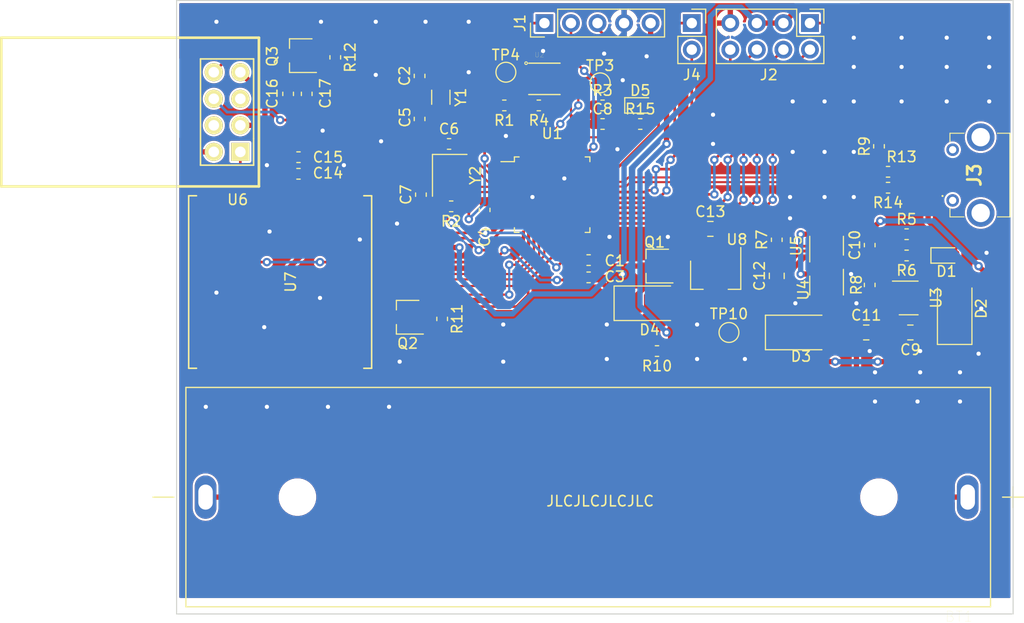
<source format=kicad_pcb>
(kicad_pcb (version 20171130) (host pcbnew 5.1.5-52549c5~86~ubuntu19.10.1)
  (layers (0 F.Cu signal) (31 B.Cu signal) (34 B.Paste user hide) (35 F.Paste user hide) (36 B.SilkS user) (37 F.SilkS user) (38 B.Mask user) (39 F.Mask user) (44 Edge.Cuts user))
  (net 0 "")
  (net 1 /power_supply/BAT-)
  (net 2 /power_supply/BAT+)
  (net 3 GND)
  (net 4 VCC)
  (net 5 /LSE_0)
  (net 6 /RST)
  (net 7 /LSE_1)
  (net 8 /HSE_0)
  (net 9 "Net-(C7-Pad1)")
  (net 10 /Vcc_Sensor)
  (net 11 /power_supply/VBUS)
  (net 12 "Net-(C10-Pad1)")
  (net 13 "Net-(C12-Pad1)")
  (net 14 /power_supply/Vcc)
  (net 15 "Net-(D1-Pad1)")
  (net 16 /VCC_STLINK)
  (net 17 "Net-(D5-Pad2)")
  (net 18 /SWDIO)
  (net 19 /SWCLK)
  (net 20 "Net-(J3-Pad2)")
  (net 21 "Net-(J3-Pad3)")
  (net 22 /UART_RX)
  (net 23 /UART_TX)
  (net 24 /GPIO4)
  (net 25 /GPIO5)
  (net 26 /GPIO6)
  (net 27 /GPIO7)
  (net 28 /GPIO2)
  (net 29 /LORA_EN)
  (net 30 /ESP_EN)
  (net 31 "Net-(R1-Pad1)")
  (net 32 /HSE_1)
  (net 33 /I2C_SCL)
  (net 34 /I2C_SDA)
  (net 35 "Net-(R5-Pad1)")
  (net 36 "Net-(R6-Pad1)")
  (net 37 "Net-(R7-Pad2)")
  (net 38 /LED0)
  (net 39 /SPI_MOSI)
  (net 40 /RX_ESP)
  (net 41 /SPI_MISO)
  (net 42 /TX_ESP)
  (net 43 /SPI_SCK)
  (net 44 /ESP_PROG)
  (net 45 /SPI_CS)
  (net 46 "Net-(U4-Pad6)")
  (net 47 "Net-(U4-Pad4)")
  (net 48 /USBD+)
  (net 49 /USBD-)
  (net 50 "Net-(C14-Pad1)")
  (net 51 "Net-(C16-Pad1)")
  (module Capacitor_SMD:C_0603_1608Metric (layer F.Cu) (at 112.268 66.332 90)
    (fp_text reference C17 (at 0.038 1.778 270) (layer F.SilkS))
    (fp_text value 4.7u)
    (pad 2 smd roundrect (at 0.7875 0 90) (size 0.875 0.95) (layers F.Cu F.Paste F.Mask) (net 51 "Net-(C16-Pad1)"))
    (pad 1 smd roundrect (at -0.7875 0 90) (size 0.875 0.95) (layers F.Cu F.Paste F.Mask) (net 4 VCC))
  )
  (module Capacitor_SMD:C_0603_1608Metric (layer F.Cu) (at 110.49 66.332 270)
    (fp_text reference C16 (at -0.038 1.524 270) (layer F.SilkS))
    (fp_text value 100n)
    (pad 2 smd roundrect (at 0.7875 0 270) (size 0.875 0.95) (layers F.Cu F.Paste F.Mask) (net 4 VCC))
    (pad 1 smd roundrect (at -0.7875 0 270) (size 0.875 0.95) (layers F.Cu F.Paste F.Mask) (net 51 "Net-(C16-Pad1)"))
  )
  (module RF_Module:Ai-Thinker-Ra-01-LoRa (layer F.Cu) (at 109.728 84.328 270)
    (fp_text reference U7 (at 0 -1 90) (layer F.SilkS))
    (fp_text value Ai-Thinker-Ra-01)
    (pad 1 smd rect (at -8 -7 270) (size 2 1.5) (layers F.Cu F.Paste F.Mask))
    (pad 2 smd rect (at -8 -5 270) (size 2 1.5) (layers F.Cu F.Paste F.Mask) (net 50 "Net-(C14-Pad1)"))
    (pad 3 smd rect (at -8 -3 270) (size 2 1.5) (layers F.Cu F.Paste F.Mask) (net 4 VCC))
    (pad 4 smd rect (at -8 -1 270) (size 2 1.5) (layers F.Cu F.Paste F.Mask) (net 4 VCC))
    (pad 5 smd rect (at -8 1 270) (size 2 1.5) (layers F.Cu F.Paste F.Mask))
    (pad 6 smd rect (at -8 3 270) (size 2 1.5) (layers F.Cu F.Paste F.Mask))
    (pad 7 smd rect (at -8 5 270) (size 2 1.5) (layers F.Cu F.Paste F.Mask))
    (pad 8 smd rect (at -8 7 270) (size 2 1.5) (layers F.Cu F.Paste F.Mask))
    (pad 9 smd rect (at 8 7 270) (size 2 1.5) (layers F.Cu F.Paste F.Mask) (net 50 "Net-(C14-Pad1)"))
    (pad 10 smd rect (at 8 5 270) (size 2 1.5) (layers F.Cu F.Paste F.Mask))
    (pad 11 smd rect (at 8 3 270) (size 2 1.5) (layers F.Cu F.Paste F.Mask))
    (pad 12 smd rect (at 8 1 270) (size 2 1.5) (layers F.Cu F.Paste F.Mask) (net 43 /SPI_SCK))
    (pad 13 smd rect (at 8 -1 270) (size 2 1.5) (layers F.Cu F.Paste F.Mask) (net 41 /SPI_MISO))
    (pad 14 smd rect (at 8 -3 270) (size 2 1.5) (layers F.Cu F.Paste F.Mask) (net 39 /SPI_MOSI))
    (pad 15 smd rect (at 8 -5 270) (size 2 1.5) (layers F.Cu F.Paste F.Mask) (net 45 /SPI_CS))
    (pad 16 smd rect (at 8 -7 270) (size 2 1.5) (layers F.Cu F.Paste F.Mask) (net 50 "Net-(C14-Pad1)"))
  )
  (module Connector_PinHeader_2.54mm:PinHeader_2x04_P2.54mm_Vertical (layer F.Cu) (at 160.401 59.563 270)
    (fp_text reference J2 (at 4.953 3.937 180) (layer F.SilkS))
    (fp_text value Conn_02x04_Odd_Even)
    (pad 8 thru_hole oval (at 2.54 7.62 270) (size 1.7 1.7) (drill 1) (layers *.Cu *.Mask) (net 27 /GPIO7))
    (pad 7 thru_hole oval (at 0 7.62 270) (size 1.7 1.7) (drill 1) (layers *.Cu *.Mask) (net 3 GND))
    (pad 6 thru_hole oval (at 2.54 5.08 270) (size 1.7 1.7) (drill 1) (layers *.Cu *.Mask) (net 26 /GPIO6))
    (pad 5 thru_hole oval (at 0 5.08 270) (size 1.7 1.7) (drill 1) (layers *.Cu *.Mask) (net 4 VCC))
    (pad 4 thru_hole oval (at 2.54 2.54 270) (size 1.7 1.7) (drill 1) (layers *.Cu *.Mask) (net 25 /GPIO5))
    (pad 3 thru_hole oval (at 0 2.54 270) (size 1.7 1.7) (drill 1) (layers *.Cu *.Mask) (net 4 VCC))
    (pad 2 thru_hole oval (at 2.54 0 270) (size 1.7 1.7) (drill 1) (layers *.Cu *.Mask) (net 24 /GPIO4))
    (pad 1 thru_hole rect (at 0 0 270) (size 1.7 1.7) (drill 1) (layers *.Cu *.Mask) (net 28 /GPIO2))
  )
  (module Package_QFP:LQFP-48_7x7mm_P0.5mm (layer F.Cu) (at 135.743 75.9745)
    (fp_text reference U1 (at 0 -5.85) (layer F.SilkS))
    (fp_text value STM32F103C8Tx)
    (pad 48 smd roundrect (at -2.75 -4.1625) (size 0.3 1.475) (layers F.Cu F.Paste F.Mask) (net 4 VCC))
    (pad 47 smd roundrect (at -2.25 -4.1625) (size 0.3 1.475) (layers F.Cu F.Paste F.Mask) (net 3 GND))
    (pad 46 smd roundrect (at -1.75 -4.1625) (size 0.3 1.475) (layers F.Cu F.Paste F.Mask))
    (pad 45 smd roundrect (at -1.25 -4.1625) (size 0.3 1.475) (layers F.Cu F.Paste F.Mask))
    (pad 44 smd roundrect (at -0.75 -4.1625) (size 0.3 1.475) (layers F.Cu F.Paste F.Mask) (net 31 "Net-(R1-Pad1)"))
    (pad 43 smd roundrect (at -0.25 -4.1625) (size 0.3 1.475) (layers F.Cu F.Paste F.Mask) (net 34 /I2C_SDA))
    (pad 42 smd roundrect (at 0.25 -4.1625) (size 0.3 1.475) (layers F.Cu F.Paste F.Mask) (net 33 /I2C_SCL))
    (pad 41 smd roundrect (at 0.75 -4.1625) (size 0.3 1.475) (layers F.Cu F.Paste F.Mask) (net 10 /Vcc_Sensor))
    (pad 40 smd roundrect (at 1.25 -4.1625) (size 0.3 1.475) (layers F.Cu F.Paste F.Mask))
    (pad 39 smd roundrect (at 1.75 -4.1625) (size 0.3 1.475) (layers F.Cu F.Paste F.Mask) (net 38 /LED0))
    (pad 38 smd roundrect (at 2.25 -4.1625) (size 0.3 1.475) (layers F.Cu F.Paste F.Mask))
    (pad 37 smd roundrect (at 2.75 -4.1625) (size 0.3 1.475) (layers F.Cu F.Paste F.Mask) (net 19 /SWCLK))
    (pad 36 smd roundrect (at 4.1625 -2.75) (size 1.475 0.3) (layers F.Cu F.Paste F.Mask) (net 4 VCC))
    (pad 35 smd roundrect (at 4.1625 -2.25) (size 1.475 0.3) (layers F.Cu F.Paste F.Mask) (net 3 GND))
    (pad 34 smd roundrect (at 4.1625 -1.75) (size 1.475 0.3) (layers F.Cu F.Paste F.Mask) (net 18 /SWDIO))
    (pad 33 smd roundrect (at 4.1625 -1.25) (size 1.475 0.3) (layers F.Cu F.Paste F.Mask) (net 48 /USBD+))
    (pad 32 smd roundrect (at 4.1625 -0.75) (size 1.475 0.3) (layers F.Cu F.Paste F.Mask) (net 49 /USBD-))
    (pad 31 smd roundrect (at 4.1625 -0.25) (size 1.475 0.3) (layers F.Cu F.Paste F.Mask) (net 22 /UART_RX))
    (pad 30 smd roundrect (at 4.1625 0.25) (size 1.475 0.3) (layers F.Cu F.Paste F.Mask) (net 23 /UART_TX))
    (pad 29 smd roundrect (at 4.1625 0.75) (size 1.475 0.3) (layers F.Cu F.Paste F.Mask) (net 27 /GPIO7))
    (pad 28 smd roundrect (at 4.1625 1.25) (size 1.475 0.3) (layers F.Cu F.Paste F.Mask) (net 26 /GPIO6))
    (pad 27 smd roundrect (at 4.1625 1.75) (size 1.475 0.3) (layers F.Cu F.Paste F.Mask) (net 25 /GPIO5))
    (pad 26 smd roundrect (at 4.1625 2.25) (size 1.475 0.3) (layers F.Cu F.Paste F.Mask) (net 24 /GPIO4))
    (pad 25 smd roundrect (at 4.1625 2.75) (size 1.475 0.3) (layers F.Cu F.Paste F.Mask) (net 28 /GPIO2))
    (pad 24 smd roundrect (at 2.75 4.1625) (size 0.3 1.475) (layers F.Cu F.Paste F.Mask) (net 4 VCC))
    (pad 23 smd roundrect (at 2.25 4.1625) (size 0.3 1.475) (layers F.Cu F.Paste F.Mask) (net 3 GND))
    (pad 22 smd roundrect (at 1.75 4.1625) (size 0.3 1.475) (layers F.Cu F.Paste F.Mask) (net 42 /TX_ESP))
    (pad 21 smd roundrect (at 1.25 4.1625) (size 0.3 1.475) (layers F.Cu F.Paste F.Mask) (net 40 /RX_ESP))
    (pad 20 smd roundrect (at 0.75 4.1625) (size 0.3 1.475) (layers F.Cu F.Paste F.Mask) (net 29 /LORA_EN))
    (pad 19 smd roundrect (at 0.25 4.1625) (size 0.3 1.475) (layers F.Cu F.Paste F.Mask))
    (pad 18 smd roundrect (at -0.25 4.1625) (size 0.3 1.475) (layers F.Cu F.Paste F.Mask))
    (pad 17 smd roundrect (at -0.75 4.1625) (size 0.3 1.475) (layers F.Cu F.Paste F.Mask) (net 39 /SPI_MOSI))
    (pad 16 smd roundrect (at -1.25 4.1625) (size 0.3 1.475) (layers F.Cu F.Paste F.Mask) (net 41 /SPI_MISO))
    (pad 15 smd roundrect (at -1.75 4.1625) (size 0.3 1.475) (layers F.Cu F.Paste F.Mask) (net 43 /SPI_SCK))
    (pad 14 smd roundrect (at -2.25 4.1625) (size 0.3 1.475) (layers F.Cu F.Paste F.Mask) (net 45 /SPI_CS))
    (pad 13 smd roundrect (at -2.75 4.1625) (size 0.3 1.475) (layers F.Cu F.Paste F.Mask) (net 30 /ESP_EN))
    (pad 12 smd roundrect (at -4.1625 2.75) (size 1.475 0.3) (layers F.Cu F.Paste F.Mask) (net 44 /ESP_PROG))
    (pad 11 smd roundrect (at -4.1625 2.25) (size 1.475 0.3) (layers F.Cu F.Paste F.Mask))
    (pad 10 smd roundrect (at -4.1625 1.75) (size 1.475 0.3) (layers F.Cu F.Paste F.Mask))
    (pad 9 smd roundrect (at -4.1625 1.25) (size 1.475 0.3) (layers F.Cu F.Paste F.Mask) (net 4 VCC))
    (pad 8 smd roundrect (at -4.1625 0.75) (size 1.475 0.3) (layers F.Cu F.Paste F.Mask) (net 3 GND))
    (pad 7 smd roundrect (at -4.1625 0.25) (size 1.475 0.3) (layers F.Cu F.Paste F.Mask) (net 6 /RST))
    (pad 6 smd roundrect (at -4.1625 -0.25) (size 1.475 0.3) (layers F.Cu F.Paste F.Mask) (net 32 /HSE_1))
    (pad 5 smd roundrect (at -4.1625 -0.75) (size 1.475 0.3) (layers F.Cu F.Paste F.Mask) (net 8 /HSE_0))
    (pad 4 smd roundrect (at -4.1625 -1.25) (size 1.475 0.3) (layers F.Cu F.Paste F.Mask) (net 7 /LSE_1))
    (pad 3 smd roundrect (at -4.1625 -1.75) (size 1.475 0.3) (layers F.Cu F.Paste F.Mask) (net 5 /LSE_0))
    (pad 2 smd roundrect (at -4.1625 -2.25) (size 1.475 0.3) (layers F.Cu F.Paste F.Mask))
    (pad 1 smd roundrect (at -4.1625 -2.75) (size 1.475 0.3) (layers F.Cu F.Paste F.Mask) (net 4 VCC))
  )
  (module Crystal:Crystal_SMD_3215-2Pin_3.2x1.5mm (layer F.Cu) (at 125.095 66.655 90)
    (fp_text reference Y1 (at 0 1.905 90) (layer F.SilkS))
    (fp_text value "32.768 kHz")
    (pad 2 smd rect (at -1.25 0 90) (size 1 1.8) (layers F.Cu F.Paste F.Mask) (net 7 /LSE_1))
    (pad 1 smd rect (at 1.25 0 90) (size 1 1.8) (layers F.Cu F.Paste F.Mask) (net 5 /LSE_0))
  )
  (module Capacitor_SMD:C_0603_1608Metric (layer F.Cu) (at 123.063 68.7325 270)
    (fp_text reference C5 (at -0.1525 1.397 90) (layer F.SilkS))
    (fp_text value 12p)
    (pad 2 smd roundrect (at 0.7875 0 270) (size 0.875 0.95) (layers F.Cu F.Paste F.Mask) (net 3 GND))
    (pad 1 smd roundrect (at -0.7875 0 270) (size 0.875 0.95) (layers F.Cu F.Paste F.Mask) (net 7 /LSE_1))
  )
  (module Capacitor_SMD:C_0603_1608Metric (layer F.Cu) (at 123.063 64.6175 90)
    (fp_text reference C2 (at 0 -1.43 90) (layer F.SilkS))
    (fp_text value 12p)
    (pad 2 smd roundrect (at 0.7875 0 90) (size 0.875 0.95) (layers F.Cu F.Paste F.Mask) (net 3 GND))
    (pad 1 smd roundrect (at -0.7875 0 90) (size 0.875 0.95) (layers F.Cu F.Paste F.Mask) (net 5 /LSE_0))
  )
  (module Diode_SMD:D_SMA (layer F.Cu) (at 159.544 89.154)
    (fp_text reference D3 (at 0 2.286) (layer F.SilkS))
    (fp_text value D_Schottky)
    (pad 2 smd rect (at 2 0) (size 2.5 1.8) (layers F.Cu F.Paste F.Mask) (net 2 /power_supply/BAT+))
    (pad 1 smd rect (at -2 0) (size 2.5 1.8) (layers F.Cu F.Paste F.Mask) (net 13 "Net-(C12-Pad1)"))
  )
  (module Resistor_SMD:R_0603_1608Metric (layer F.Cu) (at 157.226 80.2895 90)
    (fp_text reference R7 (at 0 -1.43 90) (layer F.SilkS))
    (fp_text value 1k)
    (pad 2 smd roundrect (at 0.7875 0 90) (size 0.875 0.95) (layers F.Cu F.Paste F.Mask) (net 37 "Net-(R7-Pad2)"))
    (pad 1 smd roundrect (at -0.7875 0 90) (size 0.875 0.95) (layers F.Cu F.Paste F.Mask) (net 3 GND))
  )
  (module Crystal:Crystal_SMD_3225-4Pin_3.2x2.5mm (layer F.Cu) (at 125.945 74.125 270)
    (fp_text reference Y2 (at 0 -2.45 90) (layer F.SilkS))
    (fp_text value 12MHz)
    (pad 4 smd rect (at -1.1 -0.85 270) (size 1.4 1.2) (layers F.Cu F.Paste F.Mask) (net 3 GND))
    (pad 3 smd rect (at 1.1 -0.85 270) (size 1.4 1.2) (layers F.Cu F.Paste F.Mask) (net 9 "Net-(C7-Pad1)"))
    (pad 2 smd rect (at 1.1 0.85 270) (size 1.4 1.2) (layers F.Cu F.Paste F.Mask) (net 3 GND))
    (pad 1 smd rect (at -1.1 0.85 270) (size 1.4 1.2) (layers F.Cu F.Paste F.Mask) (net 8 /HSE_0))
  )
  (module Package_TO_SOT_SMD:SOT-89-3 (layer F.Cu) (at 151.384 83.2485 270)
    (fp_text reference U8 (at -2.9845 -2.032 180) (layer F.SilkS))
    (fp_text value HT75xx-1-SOT89)
    (pad 2 smd trapezoid (at -0.0762 0) (size 1.5 1) (rect_delta 0 0.7) (layers F.Cu F.Paste F.Mask) (net 13 "Net-(C12-Pad1)"))
    (pad 2 smd rect (at 1.3335 0 180) (size 2.2 1.84) (layers F.Cu F.Paste F.Mask) (net 13 "Net-(C12-Pad1)"))
    (pad 3 smd rect (at -1.48 1.5 180) (size 1 1.5) (layers F.Cu F.Paste F.Mask) (net 14 /power_supply/Vcc))
    (pad 2 smd rect (at -1.3335 0 180) (size 1 1.8) (layers F.Cu F.Paste F.Mask) (net 13 "Net-(C12-Pad1)"))
    (pad 1 smd rect (at -1.48 -1.5 180) (size 1 1.5) (layers F.Cu F.Paste F.Mask) (net 3 GND))
    (pad 2 smd trapezoid (at 2.667 0 180) (size 1.6 0.85) (rect_delta 0 0.6) (layers F.Cu F.Paste F.Mask) (net 13 "Net-(C12-Pad1)"))
  )
  (module ESP8266:ESP-01 (layer F.Cu) (at 105.918 71.882 180)
    (fp_text reference U6 (at 0.254 -4.572) (layer F.SilkS))
    (fp_text value ESP-01)
    (pad 8 thru_hole oval (at 2.54 7.62 180) (size 1.7272 1.7272) (drill 1.016) (layers *.Cu *.Mask F.SilkS) (net 40 /RX_ESP))
    (pad 7 thru_hole oval (at 0 7.62 180) (size 1.7272 1.7272) (drill 1.016) (layers *.Cu *.Mask F.SilkS) (net 4 VCC))
    (pad 6 thru_hole oval (at 2.54 5.08 180) (size 1.7272 1.7272) (drill 1.016) (layers *.Cu *.Mask F.SilkS) (net 44 /ESP_PROG))
    (pad 5 thru_hole oval (at 0 5.08 180) (size 1.7272 1.7272) (drill 1.016) (layers *.Cu *.Mask F.SilkS))
    (pad 4 thru_hole oval (at 2.54 2.54 180) (size 1.7272 1.7272) (drill 1.016) (layers *.Cu *.Mask F.SilkS))
    (pad 3 thru_hole oval (at 0 2.54 180) (size 1.7272 1.7272) (drill 1.016) (layers *.Cu *.Mask F.SilkS) (net 4 VCC))
    (pad 2 thru_hole oval (at 2.54 0 180) (size 1.7272 1.7272) (drill 1.016) (layers *.Cu *.Mask F.SilkS) (net 51 "Net-(C16-Pad1)"))
    (pad 1 thru_hole rect (at 0 0 180) (size 1.7272 1.7272) (drill 1.016) (layers *.Cu *.Mask F.SilkS) (net 42 /TX_ESP))
  )
  (module Package_TO_SOT_SMD:SOT-23-6 (layer F.Cu) (at 161.991 80.856 90)
    (fp_text reference U5 (at 0 -2.9 90) (layer F.SilkS))
    (fp_text value DW01+G)
    (pad 5 smd rect (at 1.1 0 90) (size 1.06 0.65) (layers F.Cu F.Paste F.Mask) (net 12 "Net-(C10-Pad1)"))
    (pad 6 smd rect (at 1.1 -0.95 90) (size 1.06 0.65) (layers F.Cu F.Paste F.Mask) (net 1 /power_supply/BAT-))
    (pad 4 smd rect (at 1.1 0.95 90) (size 1.06 0.65) (layers F.Cu F.Paste F.Mask))
    (pad 3 smd rect (at -1.1 0.95 90) (size 1.06 0.65) (layers F.Cu F.Paste F.Mask) (net 46 "Net-(U4-Pad6)"))
    (pad 2 smd rect (at -1.1 0 90) (size 1.06 0.65) (layers F.Cu F.Paste F.Mask) (net 37 "Net-(R7-Pad2)"))
    (pad 1 smd rect (at -1.1 -0.95 90) (size 1.06 0.65) (layers F.Cu F.Paste F.Mask) (net 47 "Net-(U4-Pad4)"))
  )
  (module Package_TO_SOT_SMD:SOT-23-6 (layer F.Cu) (at 161.991 84.666 270)
    (fp_text reference U4 (at 0.424 2.225 90) (layer F.SilkS))
    (fp_text value FS8205)
    (pad 5 smd rect (at 1.1 0 270) (size 1.06 0.65) (layers F.Cu F.Paste F.Mask))
    (pad 6 smd rect (at 1.1 -0.95 270) (size 1.06 0.65) (layers F.Cu F.Paste F.Mask) (net 46 "Net-(U4-Pad6)"))
    (pad 4 smd rect (at 1.1 0.95 270) (size 1.06 0.65) (layers F.Cu F.Paste F.Mask) (net 47 "Net-(U4-Pad4)"))
    (pad 3 smd rect (at -1.1 0.95 270) (size 1.06 0.65) (layers F.Cu F.Paste F.Mask) (net 1 /power_supply/BAT-))
    (pad 2 smd rect (at -1.1 0 270) (size 1.06 0.65) (layers F.Cu F.Paste F.Mask))
    (pad 1 smd rect (at -1.1 -0.95 270) (size 1.06 0.65) (layers F.Cu F.Paste F.Mask) (net 3 GND))
  )
  (module Package_TO_SOT_SMD:SOT-23-5 (layer F.Cu) (at 169.842 85.852)
    (fp_text reference U3 (at 2.624 0 90) (layer F.SilkS))
    (fp_text value TP4054)
    (pad 5 smd rect (at 1.1 -0.95) (size 1.06 0.65) (layers F.Cu F.Paste F.Mask) (net 36 "Net-(R6-Pad1)"))
    (pad 4 smd rect (at 1.1 0.95) (size 1.06 0.65) (layers F.Cu F.Paste F.Mask) (net 11 /power_supply/VBUS))
    (pad 3 smd rect (at -1.1 0.95) (size 1.06 0.65) (layers F.Cu F.Paste F.Mask) (net 2 /power_supply/BAT+))
    (pad 2 smd rect (at -1.1 0) (size 1.06 0.65) (layers F.Cu F.Paste F.Mask) (net 3 GND))
    (pad 1 smd rect (at -1.1 -0.95) (size 1.06 0.65) (layers F.Cu F.Paste F.Mask) (net 35 "Net-(R5-Pad1)"))
  )
  (module SHT20:DFN300X300X110-7N (layer F.Cu) (at 135.001 64.897)
    (fp_text reference U2 (at -0.476465 -2.307047) (layer F.SilkS) (effects (font (size 0.480468 0.480468) (thickness 0.015))))
    (fp_text value SHT20)
    (pad 3 smd rect (at -1.4 1) (size 0.6 0.4) (layers F.Cu F.Paste F.Mask))
    (pad 2 smd rect (at -1.4 0) (size 0.6 0.4) (layers F.Cu F.Paste F.Mask) (net 3 GND))
    (pad 1 smd rect (at -1.4 -1) (size 0.6 0.4) (layers F.Cu F.Paste F.Mask) (net 34 /I2C_SDA))
    (pad 4 smd rect (at 1.4 1) (size 0.6 0.4) (layers F.Cu F.Paste F.Mask))
    (pad 5 smd rect (at 1.4 0) (size 0.6 0.4) (layers F.Cu F.Paste F.Mask) (net 10 /Vcc_Sensor))
    (pad 6 smd rect (at 1.4 -1) (size 0.6 0.4) (layers F.Cu F.Paste F.Mask) (net 33 /I2C_SCL))
    (pad 7 smd rect (at 0 0) (size 1.5 2.4) (layers F.Cu F.Mask) (net 3 GND))
  )
  (module TestPoint:TestPoint_Pad_D1.5mm (layer F.Cu) (at 152.654 89.154)
    (fp_text reference TP10 (at 0 -1.778) (layer F.SilkS))
    (fp_text value VIN_TP)
    (pad 1 smd circle (at 0 0) (size 1.5 1.5) (layers F.Cu F.Mask) (net 13 "Net-(C12-Pad1)"))
  )
  (module TestPoint:TestPoint_Pad_D1.5mm (layer F.Cu) (at 131.318 64.262)
    (fp_text reference TP4 (at 0 -1.648) (layer F.SilkS))
    (fp_text value TestPoint)
    (pad 1 smd circle (at 0 0) (size 1.5 1.5) (layers F.Cu F.Mask) (net 34 /I2C_SDA))
  )
  (module TestPoint:TestPoint_Pad_D1.5mm (layer F.Cu) (at 140.335 65.278)
    (fp_text reference TP3 (at 0 -1.648) (layer F.SilkS))
    (fp_text value TestPoint)
    (pad 1 smd circle (at 0 0) (size 1.5 1.5) (layers F.Cu F.Mask) (net 33 /I2C_SCL))
  )
  (module Resistor_SMD:R_0603_1608Metric (layer F.Cu) (at 144.1705 69.215)
    (fp_text reference R15 (at 0 -1.43) (layer F.SilkS))
    (fp_text value 1k)
    (pad 2 smd roundrect (at 0.7875 0) (size 0.875 0.95) (layers F.Cu F.Paste F.Mask) (net 17 "Net-(D5-Pad2)"))
    (pad 1 smd roundrect (at -0.7875 0) (size 0.875 0.95) (layers F.Cu F.Paste F.Mask) (net 38 /LED0))
  )
  (module Resistor_SMD:R_0603_1608Metric (layer F.Cu) (at 167.8685 75.311 180)
    (fp_text reference R14 (at 0 -1.43) (layer F.SilkS))
    (fp_text value 22)
    (pad 2 smd roundrect (at 0.7875 0 180) (size 0.875 0.95) (layers F.Cu F.Paste F.Mask) (net 49 /USBD-))
    (pad 1 smd roundrect (at -0.7875 0 180) (size 0.875 0.95) (layers F.Cu F.Paste F.Mask) (net 20 "Net-(J3-Pad2)"))
  )
  (module Resistor_SMD:R_0603_1608Metric (layer F.Cu) (at 167.8685 73.787)
    (fp_text reference R13 (at 1.2955 -1.43) (layer F.SilkS))
    (fp_text value 22)
    (pad 2 smd roundrect (at 0.7875 0) (size 0.875 0.95) (layers F.Cu F.Paste F.Mask) (net 21 "Net-(J3-Pad3)"))
    (pad 1 smd roundrect (at -0.7875 0) (size 0.875 0.95) (layers F.Cu F.Paste F.Mask) (net 48 /USBD+))
  )
  (module Resistor_SMD:R_0603_1608Metric (layer F.Cu) (at 114.9985 62.8395 270)
    (fp_text reference R12 (at 0 -1.43 90) (layer F.SilkS))
    (fp_text value 10k)
    (pad 2 smd roundrect (at 0.7875 0 270) (size 0.875 0.95) (layers F.Cu F.Paste F.Mask) (net 30 /ESP_EN))
    (pad 1 smd roundrect (at -0.7875 0 270) (size 0.875 0.95) (layers F.Cu F.Paste F.Mask) (net 3 GND))
  )
  (module Resistor_SMD:R_0603_1608Metric (layer F.Cu) (at 125.222 87.8585 270)
    (fp_text reference R11 (at 0 -1.43 90) (layer F.SilkS))
    (fp_text value 10k)
    (pad 2 smd roundrect (at 0.7875 0 270) (size 0.875 0.95) (layers F.Cu F.Paste F.Mask) (net 29 /LORA_EN))
    (pad 1 smd roundrect (at -0.7875 0 270) (size 0.875 0.95) (layers F.Cu F.Paste F.Mask) (net 3 GND))
  )
  (module Resistor_SMD:R_0603_1608Metric (layer F.Cu) (at 145.7705 90.932 180)
    (fp_text reference R10 (at 0 -1.43) (layer F.SilkS))
    (fp_text value 10k)
    (pad 2 smd roundrect (at 0.7875 0 180) (size 0.875 0.95) (layers F.Cu F.Paste F.Mask) (net 3 GND))
    (pad 1 smd roundrect (at -0.7875 0 180) (size 0.875 0.95) (layers F.Cu F.Paste F.Mask) (net 16 /VCC_STLINK))
  )
  (module Resistor_SMD:R_0603_1608Metric (layer F.Cu) (at 167.005 71.3485 270)
    (fp_text reference R9 (at 0 1.397 90) (layer F.SilkS))
    (fp_text value 1.5k)
    (pad 2 smd roundrect (at 0.7875 0 270) (size 0.875 0.95) (layers F.Cu F.Paste F.Mask) (net 48 /USBD+))
    (pad 1 smd roundrect (at -0.7875 0 270) (size 0.875 0.95) (layers F.Cu F.Paste F.Mask) (net 4 VCC))
  )
  (module Resistor_SMD:R_0603_1608Metric (layer F.Cu) (at 166.116 84.6075 90)
    (fp_text reference R8 (at 0 -1.27 90) (layer F.SilkS))
    (fp_text value 470)
    (pad 2 smd roundrect (at 0.7875 0 90) (size 0.875 0.95) (layers F.Cu F.Paste F.Mask) (net 12 "Net-(C10-Pad1)"))
    (pad 1 smd roundrect (at -0.7875 0 90) (size 0.875 0.95) (layers F.Cu F.Paste F.Mask) (net 2 /power_supply/BAT+))
  )
  (module Resistor_SMD:R_0603_1608Metric (layer F.Cu) (at 169.6465 81.788 180)
    (fp_text reference R6 (at 0 -1.43) (layer F.SilkS))
    (fp_text value 2.2k)
    (pad 2 smd roundrect (at 0.7875 0 180) (size 0.875 0.95) (layers F.Cu F.Paste F.Mask) (net 3 GND))
    (pad 1 smd roundrect (at -0.7875 0 180) (size 0.875 0.95) (layers F.Cu F.Paste F.Mask) (net 36 "Net-(R6-Pad1)"))
  )
  (module Resistor_SMD:R_0603_1608Metric (layer F.Cu) (at 169.6465 79.756)
    (fp_text reference R5 (at 0 -1.43) (layer F.SilkS))
    (fp_text value 1k)
    (pad 2 smd roundrect (at 0.7875 0) (size 0.875 0.95) (layers F.Cu F.Paste F.Mask) (net 15 "Net-(D1-Pad1)"))
    (pad 1 smd roundrect (at -0.7875 0) (size 0.875 0.95) (layers F.Cu F.Paste F.Mask) (net 35 "Net-(R5-Pad1)"))
  )
  (module Resistor_SMD:R_0603_1608Metric (layer F.Cu) (at 134.4675 67.437 180)
    (fp_text reference R4 (at 0 -1.43) (layer F.SilkS))
    (fp_text value 4.7k)
    (pad 2 smd roundrect (at 0.7875 0 180) (size 0.875 0.95) (layers F.Cu F.Paste F.Mask) (net 34 /I2C_SDA))
    (pad 1 smd roundrect (at -0.7875 0 180) (size 0.875 0.95) (layers F.Cu F.Paste F.Mask) (net 10 /Vcc_Sensor))
  )
  (module Resistor_SMD:R_0603_1608Metric (layer F.Cu) (at 140.5635 67.437)
    (fp_text reference R3 (at 0 -1.43) (layer F.SilkS))
    (fp_text value 4.7k)
    (pad 2 smd roundrect (at 0.7875 0) (size 0.875 0.95) (layers F.Cu F.Paste F.Mask) (net 33 /I2C_SCL))
    (pad 1 smd roundrect (at -0.7875 0) (size 0.875 0.95) (layers F.Cu F.Paste F.Mask) (net 10 /Vcc_Sensor))
  )
  (module Resistor_SMD:R_0603_1608Metric (layer F.Cu) (at 126.0855 77.089 180)
    (fp_text reference R2 (at 0 -1.43) (layer F.SilkS))
    (fp_text value 390)
    (pad 2 smd roundrect (at 0.7875 0 180) (size 0.875 0.95) (layers F.Cu F.Paste F.Mask) (net 9 "Net-(C7-Pad1)"))
    (pad 1 smd roundrect (at -0.7875 0 180) (size 0.875 0.95) (layers F.Cu F.Paste F.Mask) (net 32 /HSE_1))
  )
  (module Resistor_SMD:R_0603_1608Metric (layer F.Cu) (at 131.1655 67.437 180)
    (fp_text reference R1 (at 0 -1.43) (layer F.SilkS))
    (fp_text value 10k)
    (pad 2 smd roundrect (at 0.7875 0 180) (size 0.875 0.95) (layers F.Cu F.Paste F.Mask) (net 3 GND))
    (pad 1 smd roundrect (at -0.7875 0 180) (size 0.875 0.95) (layers F.Cu F.Paste F.Mask) (net 31 "Net-(R1-Pad1)"))
  )
  (module Package_TO_SOT_SMD:SOT-23W (layer F.Cu) (at 111.6965 62.677 180)
    (fp_text reference Q3 (at 2.7305 -0.061 90) (layer F.SilkS))
    (fp_text value Q_NMOS_GSD)
    (pad 3 smd rect (at 1.2 0 180) (size 1 0.7) (layers F.Cu F.Paste F.Mask) (net 51 "Net-(C16-Pad1)"))
    (pad 2 smd rect (at -1.2 0.95 180) (size 1 0.7) (layers F.Cu F.Paste F.Mask) (net 3 GND))
    (pad 1 smd rect (at -1.2 -0.95 180) (size 1 0.7) (layers F.Cu F.Paste F.Mask) (net 30 /ESP_EN))
  )
  (module Package_TO_SOT_SMD:SOT-23W (layer F.Cu) (at 121.92 87.696 180)
    (fp_text reference Q2 (at 0 -2.5) (layer F.SilkS))
    (fp_text value Q_NMOS_GSD)
    (pad 3 smd rect (at 1.2 0 180) (size 1 0.7) (layers F.Cu F.Paste F.Mask) (net 50 "Net-(C14-Pad1)"))
    (pad 2 smd rect (at -1.2 0.95 180) (size 1 0.7) (layers F.Cu F.Paste F.Mask) (net 3 GND))
    (pad 1 smd rect (at -1.2 -0.95 180) (size 1 0.7) (layers F.Cu F.Paste F.Mask) (net 29 /LORA_EN))
  )
  (module Package_TO_SOT_SMD:SOT-23W (layer F.Cu) (at 145.796 82.804 180)
    (fp_text reference Q1 (at 0.254 2.286) (layer F.SilkS))
    (fp_text value Q_PMOS_GSD)
    (pad 3 smd rect (at 1.2 0 180) (size 1 0.7) (layers F.Cu F.Paste F.Mask) (net 4 VCC))
    (pad 2 smd rect (at -1.2 0.95 180) (size 1 0.7) (layers F.Cu F.Paste F.Mask) (net 14 /power_supply/Vcc))
    (pad 1 smd rect (at -1.2 -0.95 180) (size 1 0.7) (layers F.Cu F.Paste F.Mask) (net 16 /VCC_STLINK))
  )
  (module Connector_PinSocket_2.54mm:PinSocket_1x02_P2.54mm_Vertical (layer F.Cu) (at 149.098 59.563)
    (fp_text reference J4 (at 0 4.953 180) (layer F.SilkS))
    (fp_text value Conn_01x02_Female)
    (pad 2 thru_hole oval (at 0 2.54) (size 1.7 1.7) (drill 1) (layers *.Cu *.Mask) (net 22 /UART_RX))
    (pad 1 thru_hole rect (at 0 0) (size 1.7 1.7) (drill 1) (layers *.Cu *.Mask) (net 23 /UART_TX))
  )
  (module Custom_lib:C10418 (layer F.Cu) (at 176.53 74.099 270)
    (fp_text reference J3 (at 0 0.4 90) (layer F.SilkS) (effects (font (size 1.27 1.27) (thickness 0.254))))
    (fp_text value C10418 hide)
    (pad 1 smd rect (at 1.3 3 270) (size 0.4 1.6) (layers F.Cu F.Paste F.Mask) (net 11 /power_supply/VBUS))
    (pad 2 smd rect (at 0.65 3 270) (size 0.4 1.6) (layers F.Cu F.Paste F.Mask) (net 20 "Net-(J3-Pad2)"))
    (pad 3 smd rect (at 0 3 270) (size 0.4 1.6) (layers F.Cu F.Paste F.Mask) (net 21 "Net-(J3-Pad3)"))
    (pad 4 smd rect (at -0.65 3 270) (size 0.4 1.6) (layers F.Cu F.Paste F.Mask))
    (pad 5 smd rect (at -1.3 3 270) (size 0.4 1.6) (layers F.Cu F.Paste F.Mask) (net 3 GND))
    (pad MH1 thru_hole circle (at -3.625 -0.2 270) (size 2.64 2.64) (drill 1.76) (layers *.Cu *.Mask))
    (pad MH2 thru_hole circle (at 3.625 -0.2 270) (size 2.64 2.64) (drill 1.76) (layers *.Cu *.Mask))
    (pad MH3 thru_hole circle (at -2.425 2.48 270) (size 1.2 1.2) (drill 0.7) (layers *.Cu *.Mask))
    (pad MH4 thru_hole circle (at 2.425 2.48 270) (size 1.2 1.2) (drill 0.7) (layers *.Cu *.Mask))
  )
  (module Connector_PinHeader_2.54mm:PinHeader_1x05_P2.54mm_Vertical (layer F.Cu) (at 135.001 59.563 90)
    (fp_text reference J1 (at 0 -2.33 90) (layer F.SilkS))
    (fp_text value Conn_01x05_Male)
    (pad 5 thru_hole oval (at 0 10.16 90) (size 1.7 1.7) (drill 1) (layers *.Cu *.Mask) (net 16 /VCC_STLINK))
    (pad 4 thru_hole oval (at 0 7.62 90) (size 1.7 1.7) (drill 1) (layers *.Cu *.Mask) (net 3 GND))
    (pad 3 thru_hole oval (at 0 5.08 90) (size 1.7 1.7) (drill 1) (layers *.Cu *.Mask) (net 18 /SWDIO))
    (pad 2 thru_hole oval (at 0 2.54 90) (size 1.7 1.7) (drill 1) (layers *.Cu *.Mask) (net 19 /SWCLK))
    (pad 1 thru_hole rect (at 0 0 90) (size 1.7 1.7) (drill 1) (layers *.Cu *.Mask) (net 6 /RST))
  )
  (module LED_SMD:LED_0603_1608Metric (layer F.Cu) (at 144.1705 67.437)
    (fp_text reference D5 (at 0 -1.43) (layer F.SilkS))
    (fp_text value LED)
    (pad 2 smd roundrect (at 0.7875 0) (size 0.875 0.95) (layers F.Cu F.Paste F.Mask) (net 17 "Net-(D5-Pad2)"))
    (pad 1 smd roundrect (at -0.7875 0) (size 0.875 0.95) (layers F.Cu F.Paste F.Mask) (net 3 GND))
  )
  (module Diode_SMD:D_SMA (layer F.Cu) (at 145.066 86.36)
    (fp_text reference D4 (at 0 2.54) (layer F.SilkS))
    (fp_text value D_Schottky)
    (pad 2 smd rect (at 2 0) (size 2.5 1.8) (layers F.Cu F.Paste F.Mask) (net 16 /VCC_STLINK))
    (pad 1 smd rect (at -2 0) (size 2.5 1.8) (layers F.Cu F.Paste F.Mask) (net 4 VCC))
  )
  (module Diode_SMD:D_SMA (layer F.Cu) (at 174.244 86.9 90)
    (fp_text reference D2 (at 0.032 2.54 90) (layer F.SilkS))
    (fp_text value D_Schottky)
    (pad 2 smd rect (at 2 0 90) (size 2.5 1.8) (layers F.Cu F.Paste F.Mask) (net 11 /power_supply/VBUS))
    (pad 1 smd rect (at -2 0 90) (size 2.5 1.8) (layers F.Cu F.Paste F.Mask) (net 13 "Net-(C12-Pad1)"))
  )
  (module LED_SMD:LED_0603_1608Metric (layer F.Cu) (at 173.4565 81.788)
    (fp_text reference D1 (at 0 1.524) (layer F.SilkS))
    (fp_text value LED)
    (pad 2 smd roundrect (at 0.7875 0) (size 0.875 0.95) (layers F.Cu F.Paste F.Mask) (net 11 /power_supply/VBUS))
    (pad 1 smd roundrect (at -0.7875 0) (size 0.875 0.95) (layers F.Cu F.Paste F.Mask) (net 15 "Net-(D1-Pad1)"))
  )
  (module Capacitor_SMD:C_0603_1608Metric (layer F.Cu) (at 111.4805 72.39)
    (fp_text reference C15 (at 2.8195 0) (layer F.SilkS))
    (fp_text value 4.7u)
    (pad 2 smd roundrect (at 0.7875 0) (size 0.875 0.95) (layers F.Cu F.Paste F.Mask) (net 50 "Net-(C14-Pad1)"))
    (pad 1 smd roundrect (at -0.7875 0) (size 0.875 0.95) (layers F.Cu F.Paste F.Mask) (net 4 VCC))
  )
  (module Capacitor_SMD:C_0603_1608Metric (layer F.Cu) (at 111.4805 73.9775 180)
    (fp_text reference C14 (at -2.8195 0.0635 180) (layer F.SilkS))
    (fp_text value 100n)
    (pad 2 smd roundrect (at 0.7875 0 180) (size 0.875 0.95) (layers F.Cu F.Paste F.Mask) (net 4 VCC))
    (pad 1 smd roundrect (at -0.7875 0 180) (size 0.875 0.95) (layers F.Cu F.Paste F.Mask) (net 50 "Net-(C14-Pad1)"))
  )
  (module Capacitor_SMD:C_0805_2012Metric (layer F.Cu) (at 150.876 79.248)
    (fp_text reference C13 (at 0 -1.65) (layer F.SilkS))
    (fp_text value 10u)
    (pad 2 smd roundrect (at 0.9375 0) (size 0.975 1.4) (layers F.Cu F.Paste F.Mask) (net 3 GND))
    (pad 1 smd roundrect (at -0.9375 0) (size 0.975 1.4) (layers F.Cu F.Paste F.Mask) (net 14 /power_supply/Vcc))
  )
  (module Capacitor_SMD:C_0805_2012Metric (layer F.Cu) (at 157.226 83.7415 90)
    (fp_text reference C12 (at 0 -1.65 90) (layer F.SilkS))
    (fp_text value 10u)
    (pad 2 smd roundrect (at 0.9375 0 90) (size 0.975 1.4) (layers F.Cu F.Paste F.Mask) (net 3 GND))
    (pad 1 smd roundrect (at -0.9375 0 90) (size 0.975 1.4) (layers F.Cu F.Paste F.Mask) (net 13 "Net-(C12-Pad1)"))
  )
  (module Capacitor_SMD:C_0805_2012Metric (layer F.Cu) (at 165.7835 89.154)
    (fp_text reference C11 (at 0 -1.65) (layer F.SilkS))
    (fp_text value 1u)
    (pad 2 smd roundrect (at 0.9375 0) (size 0.975 1.4) (layers F.Cu F.Paste F.Mask) (net 3 GND))
    (pad 1 smd roundrect (at -0.9375 0) (size 0.975 1.4) (layers F.Cu F.Paste F.Mask) (net 2 /power_supply/BAT+))
  )
  (module Capacitor_SMD:C_0603_1608Metric (layer F.Cu) (at 166.116 80.7975 90)
    (fp_text reference C10 (at 0 -1.43 90) (layer F.SilkS))
    (fp_text value 100n)
    (pad 2 smd roundrect (at 0.7875 0 90) (size 0.875 0.95) (layers F.Cu F.Paste F.Mask) (net 1 /power_supply/BAT-))
    (pad 1 smd roundrect (at -0.7875 0 90) (size 0.875 0.95) (layers F.Cu F.Paste F.Mask) (net 12 "Net-(C10-Pad1)"))
  )
  (module Capacitor_SMD:C_0805_2012Metric (layer F.Cu) (at 170.0045 89.154 180)
    (fp_text reference C9 (at 0 -1.65) (layer F.SilkS))
    (fp_text value 1u)
    (pad 2 smd roundrect (at 0.9375 0 180) (size 0.975 1.4) (layers F.Cu F.Paste F.Mask) (net 3 GND))
    (pad 1 smd roundrect (at -0.9375 0 180) (size 0.975 1.4) (layers F.Cu F.Paste F.Mask) (net 11 /power_supply/VBUS))
  )
  (module Capacitor_SMD:C_0603_1608Metric (layer F.Cu) (at 140.5635 69.215)
    (fp_text reference C8 (at 0 -1.43) (layer F.SilkS))
    (fp_text value 100n)
    (pad 2 smd roundrect (at 0.7875 0) (size 0.875 0.95) (layers F.Cu F.Paste F.Mask) (net 3 GND))
    (pad 1 smd roundrect (at -0.7875 0) (size 0.875 0.95) (layers F.Cu F.Paste F.Mask) (net 10 /Vcc_Sensor))
  )
  (module Capacitor_SMD:C_0603_1608Metric (layer F.Cu) (at 123.19 75.9715 90)
    (fp_text reference C7 (at 0 -1.43 90) (layer F.SilkS))
    (fp_text value 12p)
    (pad 2 smd roundrect (at 0.7875 0 90) (size 0.875 0.95) (layers F.Cu F.Paste F.Mask) (net 3 GND))
    (pad 1 smd roundrect (at -0.7875 0 90) (size 0.875 0.95) (layers F.Cu F.Paste F.Mask) (net 9 "Net-(C7-Pad1)"))
  )
  (module Capacitor_SMD:C_0603_1608Metric (layer F.Cu) (at 125.8825 71.12)
    (fp_text reference C6 (at 0 -1.43) (layer F.SilkS))
    (fp_text value 12p)
    (pad 2 smd roundrect (at 0.7875 0) (size 0.875 0.95) (layers F.Cu F.Paste F.Mask) (net 3 GND))
    (pad 1 smd roundrect (at -0.7875 0) (size 0.875 0.95) (layers F.Cu F.Paste F.Mask) (net 8 /HSE_0))
  )
  (module Capacitor_SMD:C_0603_1608Metric (layer F.Cu) (at 129.286 77.432 270)
    (fp_text reference C4 (at 2.578 0 90) (layer F.SilkS))
    (fp_text value 100n)
    (pad 2 smd roundrect (at 0.7875 0 270) (size 0.875 0.95) (layers F.Cu F.Paste F.Mask) (net 3 GND))
    (pad 1 smd roundrect (at -0.7875 0 270) (size 0.875 0.95) (layers F.Cu F.Paste F.Mask) (net 6 /RST))
  )
  (module Capacitor_SMD:C_0603_1608Metric (layer F.Cu) (at 139.23 83.8835 180)
    (fp_text reference C3 (at -2.502 0.0635) (layer F.SilkS))
    (fp_text value 4.7u)
    (pad 2 smd roundrect (at 0.7875 0 180) (size 0.875 0.95) (layers F.Cu F.Paste F.Mask) (net 3 GND))
    (pad 1 smd roundrect (at -0.7875 0 180) (size 0.875 0.95) (layers F.Cu F.Paste F.Mask) (net 4 VCC))
  )
  (module Capacitor_SMD:C_0603_1608Metric (layer F.Cu) (at 139.23 82.2325 180)
    (fp_text reference C1 (at -2.502 -0.0635) (layer F.SilkS))
    (fp_text value 100n)
    (pad 2 smd roundrect (at 0.7875 0 180) (size 0.875 0.95) (layers F.Cu F.Paste F.Mask) (net 3 GND))
    (pad 1 smd roundrect (at -0.7875 0 180) (size 0.875 0.95) (layers F.Cu F.Paste F.Mask) (net 4 VCC))
  )
  (module 18650_Connector:BAT_BK-18650-PC2 (layer F.Cu) (at 139.192 104.902 180)
    (fp_text reference BT1 (at -35.455 -11.43) (layer F.SilkS) (effects (font (thickness 0.015))))
    (fp_text value BK-18650-PC2)
    (pad None np_thru_hole circle (at 27.81 0 180) (size 3.2 3.2) (drill 3.2) (layers *.Cu *.Mask))
    (pad None np_thru_hole circle (at -27.805 0 180) (size 3.2 3.2) (drill 3.2) (layers *.Cu *.Mask))
    (pad - thru_hole oval (at 36.6 0 180) (size 2.07 4.14) (drill oval 1.38 2.4) (layers *.Cu *.Mask) (net 1 /power_supply/BAT-))
    (pad + thru_hole oval (at -36.3 0 180) (size 2.07 4.14) (drill oval 1.38 2.4) (layers *.Cu *.Mask) (net 2 /power_supply/BAT+))
  )
  (gr_text JLCJLCJLCJLC (at 140.335 105.283) (layer F.SilkS) (effects (font (size 1 1))))
  (gr_line (start 179.832 57.404) (end 179.832 116.078) (layer Edge.Cuts) (width 0.1))
  (gr_line (start 99.822 57.404) (end 179.832 57.404) (layer Edge.Cuts) (width 0.1))
  (gr_line (start 99.822 116.078) (end 99.822 57.404) (layer Edge.Cuts) (width 0.1))
  (gr_line (start 179.832 116.078) (end 99.822 116.078) (layer Edge.Cuts) (width 0.1))
  (segment (start 161.041 79.033798) (end 161.588798 78.486) (width 0.508) (layer F.Cu) (net 1))
  (segment (start 161.041 79.756) (end 161.041 79.033798) (width 0.508) (layer F.Cu) (net 1))
  (segment (start 165.0295 78.486) (end 166.116 79.5725) (width 0.508) (layer F.Cu) (net 1))
  (segment (start 166.116 79.5725) (end 166.116 80.01) (width 0.508) (layer F.Cu) (net 1))
  (segment (start 161.588798 78.486) (end 165.0295 78.486) (width 0.508) (layer F.Cu) (net 1))
  (segment (start 104.135 104.902) (end 108.453 109.22) (width 0.508) (layer F.Cu) (net 1))
  (segment (start 102.592 104.902) (end 104.135 104.902) (width 0.508) (layer F.Cu) (net 1))
  (segment (start 108.453 109.22) (end 174.314778 109.22) (width 0.508) (layer F.Cu) (net 1))
  (segment (start 174.314778 109.22) (end 176.784 109.22) (width 0.508) (layer F.Cu) (net 1))
  (segment (start 176.784 109.22) (end 178.308 107.696) (width 0.508) (layer F.Cu) (net 1))
  (segment (start 178.308 107.696) (end 178.308 84.582) (width 0.508) (layer F.Cu) (net 1))
  (segment (start 178.308 84.582) (end 176.53 82.804) (width 0.508) (layer F.Cu) (net 1))
  (via (at 176.53 82.804) (size 0.8) (drill 0.4) (layers F.Cu B.Cu) (net 1))
  (segment (start 176.53 82.804) (end 173.482 79.756) (width 0.508) (layer B.Cu) (net 1))
  (segment (start 173.482 79.756) (end 172.212 78.486) (width 0.508) (layer B.Cu) (net 1))
  (via (at 167.132 78.486) (size 0.8) (drill 0.4) (layers F.Cu B.Cu) (net 1))
  (segment (start 172.212 78.486) (end 167.132 78.486) (width 0.508) (layer B.Cu) (net 1))
  (segment (start 166.116 79.502) (end 166.116 79.5725) (width 0.508) (layer F.Cu) (net 1))
  (segment (start 167.132 78.486) (end 166.116 79.502) (width 0.508) (layer F.Cu) (net 1))
  (via (at 159.512 79.756) (size 0.8) (drill 0.4) (layers F.Cu B.Cu) (net 1))
  (segment (start 161.041 79.756) (end 159.512 79.756) (width 0.508) (layer F.Cu) (net 1))
  (segment (start 159.512054 83.566) (end 159.512 83.566054) (width 0.508) (layer F.Cu) (net 1))
  (via (at 159.512 83.566054) (size 0.8) (drill 0.4) (layers F.Cu B.Cu) (net 1))
  (segment (start 159.512 79.756) (end 159.512 83.566054) (width 0.508) (layer B.Cu) (net 1))
  (segment (start 161.041 83.566) (end 159.512054 83.566) (width 0.508) (layer F.Cu) (net 1))
  (segment (start 166.116 85.395) (end 166.695 85.974) (width 0.508) (layer F.Cu) (net 2))
  (segment (start 161.544 89.154) (end 164.846 89.154) (width 0.508) (layer F.Cu) (net 2))
  (segment (start 164.846 89.854) (end 164.846 89.154) (width 0.508) (layer F.Cu) (net 2))
  (segment (start 164.846 95.799) (end 164.846 89.854) (width 0.508) (layer F.Cu) (net 2))
  (segment (start 173.949 104.902) (end 164.846 95.799) (width 0.508) (layer F.Cu) (net 2))
  (segment (start 175.492 104.902) (end 173.949 104.902) (width 0.508) (layer F.Cu) (net 2))
  (segment (start 167.523 86.802) (end 166.116 85.395) (width 0.508) (layer F.Cu) (net 2))
  (segment (start 168.742 86.802) (end 167.523 86.802) (width 0.508) (layer F.Cu) (net 2))
  (segment (start 166.116 86.868) (end 166.116 85.395) (width 0.508) (layer F.Cu) (net 2))
  (segment (start 164.846 89.154) (end 164.846 88.138) (width 0.508) (layer F.Cu) (net 2))
  (segment (start 164.846 88.138) (end 166.116 86.868) (width 0.508) (layer F.Cu) (net 2))
  (segment (start 167.704 86.802) (end 167.638 86.868) (width 0.508) (layer F.Cu) (net 2))
  (segment (start 168.742 86.802) (end 167.704 86.802) (width 0.508) (layer F.Cu) (net 2))
  (segment (start 166.116 85.395) (end 166.116 86.106) (width 0.508) (layer F.Cu) (net 2))
  (segment (start 166.116 86.106) (end 166.624 86.614) (width 0.508) (layer F.Cu) (net 2))
  (segment (start 166.624 86.614) (end 166.878 86.868) (width 0.508) (layer F.Cu) (net 2))
  (segment (start 167.638 86.868) (end 166.878 86.868) (width 0.508) (layer F.Cu) (net 2))
  (segment (start 166.878 86.868) (end 166.116 86.868) (width 0.508) (layer F.Cu) (net 2))
  (via (at 140.716 62.484) (size 0.8) (drill 0.4) (layers F.Cu B.Cu) (net 3))
  (segment (start 142.621 59.563) (end 142.621 60.579) (width 0.508) (layer B.Cu) (net 3))
  (segment (start 142.621 60.579) (end 140.716 62.484) (width 0.508) (layer B.Cu) (net 3))
  (segment (start 162.941 83.566) (end 164.332964 83.566) (width 0.508) (layer F.Cu) (net 3))
  (segment (start 139.9055 73.7245) (end 140.9055 73.7245) (width 0.254) (layer F.Cu) (net 3))
  (segment (start 140.9055 73.7245) (end 141.478 73.152) (width 0.254) (layer F.Cu) (net 3))
  (segment (start 141.478 73.152) (end 141.732 72.898) (width 0.254) (layer F.Cu) (net 3))
  (via (at 164.33298 83.566) (size 0.8) (drill 0.4) (layers F.Cu B.Cu) (net 3))
  (segment (start 162.941 83.566) (end 164.33298 83.566) (width 0.254) (layer F.Cu) (net 3))
  (via (at 164.846 86.36) (size 0.8) (drill 0.4) (layers F.Cu B.Cu) (net 3))
  (segment (start 137.993 81.783) (end 138.4425 82.2325) (width 0.25) (layer F.Cu) (net 3))
  (segment (start 137.993 80.137) (end 137.993 81.783) (width 0.25) (layer F.Cu) (net 3))
  (via (at 133.858 76.2) (size 0.8) (drill 0.4) (layers F.Cu B.Cu) (net 3))
  (segment (start 123.242 86.868) (end 123.12 86.746) (width 0.508) (layer F.Cu) (net 3))
  (segment (start 125.222 87.071) (end 125.019 86.868) (width 0.508) (layer F.Cu) (net 3))
  (segment (start 125.019 86.868) (end 123.242 86.868) (width 0.508) (layer F.Cu) (net 3))
  (via (at 113.538 85.852) (size 0.8) (drill 0.4) (layers F.Cu B.Cu) (net 3))
  (via (at 117.348 80.264) (size 0.8) (drill 0.4) (layers F.Cu B.Cu) (net 3))
  (via (at 108.712 79.502) (size 0.8) (drill 0.4) (layers F.Cu B.Cu) (net 3))
  (via (at 103.632 85.344) (size 0.8) (drill 0.4) (layers F.Cu B.Cu) (net 3))
  (via (at 120.904 78.74) (size 0.8) (drill 0.4) (layers F.Cu B.Cu) (net 3))
  (via (at 119.38 70.866) (size 0.8) (drill 0.4) (layers F.Cu B.Cu) (net 3))
  (via (at 115.824 73.152) (size 0.8) (drill 0.4) (layers F.Cu B.Cu) (net 3))
  (via (at 108.458 73.152) (size 0.8) (drill 0.4) (layers F.Cu B.Cu) (net 3))
  (via (at 103.632 59.436) (size 0.8) (drill 0.4) (layers F.Cu B.Cu) (net 3))
  (via (at 113.632 59.436) (size 0.8) (drill 0.4) (layers F.Cu B.Cu) (net 3))
  (via (at 123.632 59.436) (size 0.8) (drill 0.4) (layers F.Cu B.Cu) (net 3))
  (via (at 118.872 64.516) (size 0.8) (drill 0.4) (layers F.Cu B.Cu) (net 3))
  (via (at 136.906 74.422) (size 0.8) (drill 0.4) (layers F.Cu B.Cu) (net 3))
  (via (at 141.986 71.628) (size 0.8) (drill 0.4) (layers F.Cu B.Cu) (net 3))
  (via (at 142.494 65.024) (size 0.8) (drill 0.4) (layers F.Cu B.Cu) (net 3))
  (via (at 144.78 62.738) (size 0.8) (drill 0.4) (layers F.Cu B.Cu) (net 3))
  (via (at 151.13 68.326) (size 0.8) (drill 0.4) (layers F.Cu B.Cu) (net 3))
  (via (at 158.75 71.882) (size 0.8) (drill 0.4) (layers F.Cu B.Cu) (net 3))
  (via (at 161.798 71.882) (size 0.8) (drill 0.4) (layers F.Cu B.Cu) (net 3))
  (via (at 164.592 71.882) (size 0.8) (drill 0.4) (layers F.Cu B.Cu) (net 3))
  (via (at 164.592 67.056) (size 0.8) (drill 0.4) (layers F.Cu B.Cu) (net 3))
  (via (at 161.798 67.056) (size 0.8) (drill 0.4) (layers F.Cu B.Cu) (net 3))
  (via (at 158.75 67.056) (size 0.8) (drill 0.4) (layers F.Cu B.Cu) (net 3))
  (via (at 164.592 63.754) (size 0.8) (drill 0.4) (layers F.Cu B.Cu) (net 3))
  (via (at 164.592 60.96) (size 0.8) (drill 0.4) (layers F.Cu B.Cu) (net 3))
  (via (at 169.164 60.96) (size 0.8) (drill 0.4) (layers F.Cu B.Cu) (net 3))
  (via (at 177.546 60.96) (size 0.8) (drill 0.4) (layers F.Cu B.Cu) (net 3))
  (via (at 169.164 63.754) (size 0.8) (drill 0.4) (layers F.Cu B.Cu) (net 3))
  (via (at 169.164 67.056) (size 0.8) (drill 0.4) (layers F.Cu B.Cu) (net 3))
  (via (at 177.546 63.754) (size 0.8) (drill 0.4) (layers F.Cu B.Cu) (net 3))
  (via (at 177.546 67.056) (size 0.8) (drill 0.4) (layers F.Cu B.Cu) (net 3))
  (via (at 173.482 67.056) (size 0.8) (drill 0.4) (layers F.Cu B.Cu) (net 3))
  (via (at 173.482 63.754) (size 0.8) (drill 0.4) (layers F.Cu B.Cu) (net 3))
  (via (at 173.482 60.96) (size 0.8) (drill 0.4) (layers F.Cu B.Cu) (net 3))
  (via (at 158.496 76.2) (size 0.8) (drill 0.4) (layers F.Cu B.Cu) (net 3))
  (via (at 161.798 76.2) (size 0.8) (drill 0.4) (layers F.Cu B.Cu) (net 3))
  (via (at 164.592 76.2) (size 0.8) (drill 0.4) (layers F.Cu B.Cu) (net 3))
  (via (at 158.496 78.232) (size 0.8) (drill 0.4) (layers F.Cu B.Cu) (net 3))
  (via (at 159.004 86.36) (size 0.8) (drill 0.4) (layers F.Cu B.Cu) (net 3))
  (via (at 170.942 90.932) (size 0.8) (drill 0.4) (layers F.Cu B.Cu) (net 3))
  (via (at 166.116 90.932) (size 0.8) (drill 0.4) (layers F.Cu B.Cu) (net 3))
  (via (at 166.624 92.964) (size 0.8) (drill 0.4) (layers F.Cu B.Cu) (net 3))
  (via (at 170.942 92.964) (size 0.8) (drill 0.4) (layers F.Cu B.Cu) (net 3))
  (via (at 174.752 92.964) (size 0.8) (drill 0.4) (layers F.Cu B.Cu) (net 3))
  (via (at 176.53 91.186) (size 0.8) (drill 0.4) (layers F.Cu B.Cu) (net 3))
  (via (at 176.784 86.868) (size 0.8) (drill 0.4) (layers F.Cu B.Cu) (net 3))
  (via (at 177.292 81.534) (size 0.8) (drill 0.4) (layers F.Cu B.Cu) (net 3))
  (via (at 166.624 95.758) (size 0.8) (drill 0.4) (layers F.Cu B.Cu) (net 3))
  (via (at 170.688 95.758) (size 0.8) (drill 0.4) (layers F.Cu B.Cu) (net 3))
  (via (at 174.752 95.758) (size 0.8) (drill 0.4) (layers F.Cu B.Cu) (net 3))
  (via (at 149.606 88.392) (size 0.8) (drill 0.4) (layers F.Cu B.Cu) (net 3))
  (via (at 149.606 91.694) (size 0.8) (drill 0.4) (layers F.Cu B.Cu) (net 3))
  (via (at 154.178 91.694) (size 0.8) (drill 0.4) (layers F.Cu B.Cu) (net 3))
  (via (at 121.158 91.948) (size 0.8) (drill 0.4) (layers F.Cu B.Cu) (net 3))
  (via (at 140.97 91.694) (size 0.8) (drill 0.4) (layers F.Cu B.Cu) (net 3))
  (via (at 131.064 91.948) (size 0.8) (drill 0.4) (layers F.Cu B.Cu) (net 3))
  (via (at 131.064 88.392) (size 0.8) (drill 0.4) (layers F.Cu B.Cu) (net 3))
  (via (at 140.97 88.392) (size 0.8) (drill 0.4) (layers F.Cu B.Cu) (net 3))
  (via (at 131.318 70.358) (size 0.8) (drill 0.4) (layers F.Cu B.Cu) (net 3))
  (via (at 127.762 64.262) (size 0.8) (drill 0.4) (layers F.Cu B.Cu) (net 3))
  (via (at 118.872 59.436) (size 0.8) (drill 0.4) (layers F.Cu B.Cu) (net 3))
  (via (at 127.762 59.436) (size 0.8) (drill 0.4) (layers F.Cu B.Cu) (net 3))
  (via (at 134.874 62.23) (size 0.8) (drill 0.4) (layers F.Cu B.Cu) (net 3))
  (via (at 151.13 71.12) (size 0.8) (drill 0.4) (layers F.Cu B.Cu) (net 3))
  (via (at 102.616 96.266) (size 0.8) (drill 0.4) (layers F.Cu B.Cu) (net 3))
  (via (at 108.458 96.266) (size 0.8) (drill 0.4) (layers F.Cu B.Cu) (net 3))
  (via (at 114.3 96.266) (size 0.8) (drill 0.4) (layers F.Cu B.Cu) (net 3))
  (via (at 120.142 96.266) (size 0.8) (drill 0.4) (layers F.Cu B.Cu) (net 3))
  (via (at 108.204 88.646) (size 0.8) (drill 0.4) (layers F.Cu B.Cu) (net 3))
  (via (at 113.792 69.85) (size 0.8) (drill 0.4) (layers F.Cu B.Cu) (net 3))
  (via (at 146.812 80.01) (size 0.8) (drill 0.4) (layers F.Cu B.Cu) (net 3))
  (via (at 141.224 80.01) (size 0.8) (drill 0.4) (layers F.Cu B.Cu) (net 3))
  (segment (start 112.728 76.328) (end 110.728 76.328) (width 0.508) (layer F.Cu) (net 4))
  (segment (start 110.728 74.0125) (end 110.693 73.9775) (width 0.508) (layer F.Cu) (net 4))
  (segment (start 110.728 76.328) (end 110.728 74.0125) (width 0.508) (layer F.Cu) (net 4))
  (segment (start 110.693 73.9775) (end 110.693 72.39) (width 0.508) (layer F.Cu) (net 4))
  (segment (start 143.0655 86.3595) (end 143.066 86.36) (width 0.508) (layer F.Cu) (net 4))
  (segment (start 140.0175 81.6615) (end 138.59701 80.24101) (width 0.508) (layer F.Cu) (net 4))
  (segment (start 140.0175 82.2325) (end 140.0175 81.6615) (width 0.508) (layer F.Cu) (net 4))
  (segment (start 140.0175 82.2325) (end 140.0175 83.8835) (width 0.508) (layer F.Cu) (net 4))
  (segment (start 142.494 86.36) (end 140.0175 83.8835) (width 0.508) (layer F.Cu) (net 4))
  (segment (start 143.066 86.36) (end 142.494 86.36) (width 0.508) (layer F.Cu) (net 4))
  (segment (start 138.4935 73.830472) (end 139.099472 73.2245) (width 0.254) (layer F.Cu) (net 4))
  (segment (start 139.168 73.2245) (end 139.9055 73.2245) (width 0.254) (layer F.Cu) (net 4))
  (segment (start 138.493 80.137) (end 138.4935 80.1365) (width 0.254) (layer F.Cu) (net 4))
  (segment (start 139.099472 73.2245) (end 139.168 73.2245) (width 0.254) (layer F.Cu) (net 4))
  (segment (start 138.4935 80.1365) (end 138.4935 73.830472) (width 0.254) (layer F.Cu) (net 4))
  (segment (start 136.386528 77.2245) (end 138.493 79.330972) (width 0.254) (layer F.Cu) (net 4))
  (segment (start 131.5805 77.2245) (end 136.386528 77.2245) (width 0.254) (layer F.Cu) (net 4))
  (segment (start 132.993 71.812) (end 131.5805 73.2245) (width 0.254) (layer F.Cu) (net 4))
  (segment (start 132.236528 73.0745) (end 138.493 79.330972) (width 0.254) (layer F.Cu) (net 4))
  (segment (start 138.493 79.330972) (end 138.493 79.3995) (width 0.254) (layer F.Cu) (net 4))
  (segment (start 131.7305 73.0745) (end 132.236528 73.0745) (width 0.254) (layer F.Cu) (net 4))
  (segment (start 138.493 79.3995) (end 138.493 80.137) (width 0.254) (layer F.Cu) (net 4))
  (segment (start 131.5805 73.2245) (end 131.7305 73.0745) (width 0.254) (layer F.Cu) (net 4))
  (via (at 126.873 81.026) (size 0.8) (drill 0.4) (layers F.Cu B.Cu) (net 4))
  (segment (start 155.321 59.563) (end 157.861 59.563) (width 0.508) (layer F.Cu) (net 4))
  (segment (start 158.710999 58.713001) (end 157.861 59.563) (width 0.508) (layer F.Cu) (net 4))
  (segment (start 159.385 58.039) (end 158.710999 58.713001) (width 0.508) (layer F.Cu) (net 4))
  (segment (start 164.719 58.039) (end 159.385 58.039) (width 0.508) (layer F.Cu) (net 4))
  (segment (start 167.005 70.561) (end 167.005 60.325) (width 0.508) (layer F.Cu) (net 4))
  (segment (start 167.005 60.325) (end 164.719 58.039) (width 0.508) (layer F.Cu) (net 4))
  (segment (start 108.2675 69.342) (end 105.918 69.342) (width 0.508) (layer F.Cu) (net 4))
  (segment (start 109.855 70.9295) (end 108.2675 69.342) (width 0.508) (layer F.Cu) (net 4))
  (segment (start 121.412 81.026) (end 118.618 78.232) (width 0.508) (layer F.Cu) (net 4))
  (segment (start 118.618 78.232) (end 118.618 73.533) (width 0.508) (layer F.Cu) (net 4))
  (segment (start 126.873 81.026) (end 121.412 81.026) (width 0.508) (layer F.Cu) (net 4))
  (segment (start 118.618 73.533) (end 116.0145 70.9295) (width 0.508) (layer F.Cu) (net 4))
  (segment (start 110.693 71.915) (end 110.6805 71.9025) (width 0.508) (layer F.Cu) (net 4))
  (segment (start 110.6805 71.9025) (end 110.6805 70.9295) (width 0.508) (layer F.Cu) (net 4))
  (segment (start 110.693 72.39) (end 110.693 71.915) (width 0.508) (layer F.Cu) (net 4))
  (segment (start 116.0145 70.9295) (end 110.6805 70.9295) (width 0.508) (layer F.Cu) (net 4))
  (segment (start 110.6805 70.9295) (end 109.855 70.9295) (width 0.508) (layer F.Cu) (net 4))
  (segment (start 105.918 64.262) (end 108.2675 66.6115) (width 0.508) (layer F.Cu) (net 4))
  (segment (start 112.268 67.1195) (end 110.49 67.1195) (width 0.508) (layer F.Cu) (net 4))
  (segment (start 110.49 67.1195) (end 108.2675 67.1195) (width 0.508) (layer F.Cu) (net 4))
  (segment (start 108.2675 66.6115) (end 108.2675 67.1195) (width 0.508) (layer F.Cu) (net 4))
  (segment (start 108.2675 67.1195) (end 108.2675 69.342) (width 0.508) (layer F.Cu) (net 4))
  (segment (start 154.471001 58.713001) (end 155.321 59.563) (width 0.508) (layer B.Cu) (net 4))
  (segment (start 133.858 85.471) (end 139.440185 85.471) (width 0.508) (layer B.Cu) (net 4))
  (segment (start 130.302 87.376) (end 131.953 87.376) (width 0.508) (layer B.Cu) (net 4))
  (segment (start 131.953 87.376) (end 133.858 85.471) (width 0.508) (layer B.Cu) (net 4))
  (segment (start 126.873 83.947) (end 130.302 87.376) (width 0.508) (layer B.Cu) (net 4))
  (segment (start 126.873 81.026) (end 126.873 83.947) (width 0.508) (layer B.Cu) (net 4))
  (segment (start 153.797 58.039) (end 154.471001 58.713001) (width 0.508) (layer B.Cu) (net 4))
  (segment (start 142.621 82.290185) (end 142.621 73.152) (width 0.508) (layer B.Cu) (net 4))
  (segment (start 151.765 58.039) (end 153.797 58.039) (width 0.508) (layer B.Cu) (net 4))
  (segment (start 142.621 73.152) (end 150.876 64.897) (width 0.508) (layer B.Cu) (net 4))
  (segment (start 150.876 64.897) (end 150.876 58.928) (width 0.508) (layer B.Cu) (net 4))
  (segment (start 150.876 58.928) (end 151.765 58.039) (width 0.508) (layer B.Cu) (net 4))
  (via (at 142.494 83.566) (size 0.8) (drill 0.4) (layers F.Cu B.Cu) (net 4))
  (segment (start 142.046592 83.118592) (end 142.494 83.566) (width 0.508) (layer B.Cu) (net 4))
  (segment (start 139.440185 85.471) (end 142.046592 82.864592) (width 0.508) (layer B.Cu) (net 4))
  (segment (start 142.046592 82.864592) (end 142.046592 83.118592) (width 0.508) (layer B.Cu) (net 4))
  (segment (start 142.046592 82.864592) (end 142.621 82.290185) (width 0.508) (layer B.Cu) (net 4))
  (segment (start 140.0175 82.7075) (end 140.0175 82.2325) (width 0.508) (layer F.Cu) (net 4))
  (segment (start 140.114 82.804) (end 140.0175 82.7075) (width 0.508) (layer F.Cu) (net 4))
  (segment (start 144.596 82.804) (end 142.494 82.804) (width 0.508) (layer F.Cu) (net 4))
  (segment (start 142.494 83.566) (end 142.494 82.804) (width 0.508) (layer F.Cu) (net 4))
  (segment (start 142.494 82.804) (end 140.114 82.804) (width 0.508) (layer F.Cu) (net 4))
  (segment (start 143.066 84.138) (end 142.494 83.566) (width 0.508) (layer F.Cu) (net 4))
  (segment (start 143.066 86.36) (end 143.066 84.138) (width 0.508) (layer F.Cu) (net 4))
  (segment (start 144.596 84.83) (end 143.066 86.36) (width 0.508) (layer F.Cu) (net 4))
  (segment (start 144.596 82.804) (end 144.596 84.83) (width 0.508) (layer F.Cu) (net 4))
  (segment (start 125.095 65.405) (end 123.063 65.405) (width 0.508) (layer F.Cu) (net 5))
  (segment (start 130.843 74.2245) (end 131.5805 74.2245) (width 0.2032) (layer F.Cu) (net 5))
  (segment (start 128.397 67.6038) (end 128.397 72.644) (width 0.2032) (layer F.Cu) (net 5))
  (segment (start 129.9775 74.2245) (end 130.843 74.2245) (width 0.2032) (layer F.Cu) (net 5))
  (segment (start 128.397 72.644) (end 129.9775 74.2245) (width 0.2032) (layer F.Cu) (net 5))
  (segment (start 125.095 65.405) (end 126.1982 65.405) (width 0.2032) (layer F.Cu) (net 5))
  (segment (start 126.1982 65.405) (end 128.397 67.6038) (width 0.2032) (layer F.Cu) (net 5))
  (segment (start 129.706 76.2245) (end 129.286 76.6445) (width 0.2032) (layer F.Cu) (net 6))
  (segment (start 131.5805 76.2245) (end 129.706 76.2245) (width 0.2032) (layer F.Cu) (net 6))
  (via (at 129.286 72.517) (size 0.8) (drill 0.4) (layers F.Cu B.Cu) (net 6))
  (segment (start 128.171696 77.911536) (end 127.771697 78.311535) (width 0.254) (layer B.Cu) (net 6))
  (segment (start 129.286 72.517) (end 129.286 76.797232) (width 0.254) (layer B.Cu) (net 6))
  (segment (start 128.811 76.6445) (end 127.771697 77.683803) (width 0.254) (layer F.Cu) (net 6))
  (segment (start 127.771697 77.683803) (end 127.771697 78.311535) (width 0.254) (layer F.Cu) (net 6))
  (via (at 127.771697 78.311535) (size 0.8) (drill 0.4) (layers F.Cu B.Cu) (net 6))
  (segment (start 129.286 76.6445) (end 128.811 76.6445) (width 0.254) (layer F.Cu) (net 6))
  (segment (start 129.286 76.797232) (end 128.171696 77.911536) (width 0.254) (layer B.Cu) (net 6))
  (segment (start 129.286 71.951315) (end 129.286 72.517) (width 0.254) (layer F.Cu) (net 6))
  (segment (start 129.286 62.989398) (end 129.286 71.951315) (width 0.254) (layer F.Cu) (net 6))
  (segment (start 135.001 59.563) (end 132.712398 59.563) (width 0.254) (layer F.Cu) (net 6))
  (segment (start 132.712398 59.563) (end 129.286 62.989398) (width 0.254) (layer F.Cu) (net 6))
  (segment (start 123.103 67.905) (end 123.063 67.945) (width 0.508) (layer F.Cu) (net 7))
  (segment (start 125.095 67.905) (end 123.103 67.905) (width 0.508) (layer F.Cu) (net 7))
  (segment (start 130.843 74.7245) (end 131.5805 74.7245) (width 0.2032) (layer F.Cu) (net 7))
  (segment (start 127.993789 69.446789) (end 127.993789 73.129789) (width 0.2032) (layer F.Cu) (net 7))
  (segment (start 127.993789 73.129789) (end 129.5885 74.7245) (width 0.2032) (layer F.Cu) (net 7))
  (segment (start 129.5885 74.7245) (end 130.843 74.7245) (width 0.2032) (layer F.Cu) (net 7))
  (segment (start 125.095 67.905) (end 126.452 67.905) (width 0.2032) (layer F.Cu) (net 7))
  (segment (start 126.452 67.905) (end 127.993789 69.446789) (width 0.2032) (layer F.Cu) (net 7))
  (segment (start 125.095 71.12) (end 125.095 73.025) (width 0.3556) (layer F.Cu) (net 8))
  (segment (start 125.2713 74.1045) (end 125.095 73.9282) (width 0.2032) (layer F.Cu) (net 8))
  (segment (start 127.517382 74.1045) (end 125.2713 74.1045) (width 0.2032) (layer F.Cu) (net 8))
  (segment (start 125.095 73.9282) (end 125.095 73.025) (width 0.2032) (layer F.Cu) (net 8))
  (segment (start 131.5805 75.2245) (end 128.637382 75.2245) (width 0.2032) (layer F.Cu) (net 8))
  (segment (start 128.637382 75.2245) (end 127.517382 74.1045) (width 0.2032) (layer F.Cu) (net 8))
  (segment (start 126.795 75.592) (end 125.298 77.089) (width 0.254) (layer F.Cu) (net 9))
  (segment (start 126.795 75.225) (end 126.795 75.592) (width 0.254) (layer F.Cu) (net 9))
  (segment (start 125.171 76.962) (end 125.298 77.089) (width 0.254) (layer F.Cu) (net 9))
  (segment (start 123.19 76.759) (end 123.393 76.962) (width 0.254) (layer F.Cu) (net 9))
  (segment (start 123.393 76.962) (end 125.171 76.962) (width 0.254) (layer F.Cu) (net 9))
  (segment (start 136.493 71.469) (end 136.44461 71.42061) (width 0.2032) (layer F.Cu) (net 10))
  (segment (start 136.493 71.812) (end 136.493 71.469) (width 0.2032) (layer F.Cu) (net 10))
  (segment (start 136.493 71.0745) (end 136.493 71.812) (width 0.2032) (layer F.Cu) (net 10))
  (segment (start 136.401 64.897) (end 136.9042 64.897) (width 0.2032) (layer F.Cu) (net 10))
  (segment (start 136.9042 64.897) (end 137.541 65.5338) (width 0.2032) (layer F.Cu) (net 10))
  (segment (start 137.541 69.977) (end 136.493 71.025) (width 0.2032) (layer F.Cu) (net 10))
  (segment (start 136.493 71.025) (end 136.493 71.0745) (width 0.2032) (layer F.Cu) (net 10))
  (segment (start 135.255 67.437) (end 137.541 67.437) (width 0.2032) (layer F.Cu) (net 10))
  (segment (start 139.235 68.453) (end 137.541 68.453) (width 0.2032) (layer F.Cu) (net 10))
  (segment (start 137.541 65.5338) (end 137.541 68.453) (width 0.2032) (layer F.Cu) (net 10))
  (segment (start 137.541 68.453) (end 137.541 69.977) (width 0.2032) (layer F.Cu) (net 10))
  (segment (start 139.319 68.453) (end 139.235 68.453) (width 0.2032) (layer F.Cu) (net 10))
  (segment (start 139.489 68.453) (end 137.541 68.453) (width 0.254) (layer F.Cu) (net 10))
  (segment (start 139.776 69.215) (end 139.776 67.437) (width 0.508) (layer F.Cu) (net 10))
  (segment (start 139.776 68.74) (end 139.489 68.453) (width 0.508) (layer F.Cu) (net 10))
  (segment (start 139.776 69.215) (end 139.776 68.74) (width 0.508) (layer F.Cu) (net 10))
  (segment (start 139.776 68.166) (end 139.776 67.437) (width 0.508) (layer F.Cu) (net 10))
  (segment (start 139.489 68.453) (end 139.776 68.166) (width 0.508) (layer F.Cu) (net 10))
  (segment (start 174.244 84.9) (end 174.244 81.788) (width 0.508) (layer F.Cu) (net 11))
  (segment (start 174.18 84.9) (end 174.18 84.836) (width 0.508) (layer F.Cu) (net 11))
  (segment (start 174.18 84.836) (end 174.244 84.9) (width 0.508) (layer F.Cu) (net 11))
  (segment (start 170.942 89.154) (end 170.942 88.138) (width 0.508) (layer F.Cu) (net 11))
  (segment (start 170.942 86.802) (end 170.942 89.154) (width 0.508) (layer F.Cu) (net 11))
  (segment (start 172.278 86.802) (end 172.72 86.36) (width 0.508) (layer F.Cu) (net 11))
  (segment (start 170.942 86.802) (end 172.278 86.802) (width 0.508) (layer F.Cu) (net 11))
  (segment (start 170.942 88.138) (end 172.72 86.36) (width 0.508) (layer F.Cu) (net 11))
  (segment (start 172.72 86.36) (end 174.18 84.9) (width 0.508) (layer F.Cu) (net 11))
  (segment (start 171.704 77.225) (end 173.525999 75.403001) (width 0.508) (layer F.Cu) (net 11))
  (segment (start 171.704 78.486) (end 171.704 77.225) (width 0.508) (layer F.Cu) (net 11))
  (segment (start 174.244 81.788) (end 174.244 81.026) (width 0.508) (layer F.Cu) (net 11))
  (segment (start 174.244 81.026) (end 171.704 78.486) (width 0.508) (layer F.Cu) (net 11))
  (segment (start 166.116 83.82) (end 166.116 81.585) (width 0.508) (layer F.Cu) (net 12))
  (segment (start 161.991 80.478202) (end 162.411798 80.899) (width 0.508) (layer F.Cu) (net 12))
  (segment (start 161.991 79.756) (end 161.991 80.478202) (width 0.508) (layer F.Cu) (net 12))
  (segment (start 165.641 81.585) (end 166.116 81.585) (width 0.508) (layer F.Cu) (net 12))
  (segment (start 164.955 80.899) (end 165.641 81.585) (width 0.508) (layer F.Cu) (net 12))
  (segment (start 162.411798 80.899) (end 164.955 80.899) (width 0.508) (layer F.Cu) (net 12))
  (segment (start 151.384 81.915) (end 151.384 84.582) (width 0.508) (layer F.Cu) (net 13))
  (segment (start 151.384 84.582) (end 151.384 85.9155) (width 0.508) (layer F.Cu) (net 13))
  (segment (start 151.481 84.679) (end 151.384 84.582) (width 0.508) (layer F.Cu) (net 13))
  (segment (start 157.226 84.679) (end 151.481 84.679) (width 0.508) (layer F.Cu) (net 13))
  (segment (start 157.226 88.836) (end 157.226 84.679) (width 0.508) (layer F.Cu) (net 13))
  (segment (start 157.544 89.154) (end 157.226 88.836) (width 0.508) (layer F.Cu) (net 13))
  (segment (start 166.878 91.948) (end 172.954 91.948) (width 0.508) (layer F.Cu) (net 13))
  (via (at 166.878 91.948) (size 0.8) (drill 0.4) (layers F.Cu B.Cu) (net 13))
  (segment (start 172.954 91.948) (end 174.244 90.658) (width 0.508) (layer F.Cu) (net 13))
  (segment (start 174.244 90.658) (end 174.244 88.9) (width 0.508) (layer F.Cu) (net 13))
  (segment (start 163.576 91.948) (end 166.878 91.948) (width 0.508) (layer B.Cu) (net 13))
  (via (at 162.814 91.948) (size 0.8) (drill 0.4) (layers F.Cu B.Cu) (net 13))
  (segment (start 158.93 91.948) (end 157.544 90.562) (width 0.508) (layer F.Cu) (net 13))
  (segment (start 157.544 90.562) (end 157.544 89.154) (width 0.508) (layer F.Cu) (net 13))
  (segment (start 162.814 91.948) (end 158.93 91.948) (width 0.508) (layer F.Cu) (net 13))
  (segment (start 162.814 91.948) (end 163.576 91.948) (width 0.508) (layer B.Cu) (net 13))
  (segment (start 149.884 79.3025) (end 149.9385 79.248) (width 0.508) (layer F.Cu) (net 14))
  (segment (start 149.884 81.7685) (end 149.884 79.3025) (width 0.508) (layer F.Cu) (net 14))
  (segment (start 147.0815 81.7685) (end 146.996 81.854) (width 0.508) (layer F.Cu) (net 14))
  (segment (start 149.884 81.7685) (end 147.0815 81.7685) (width 0.508) (layer F.Cu) (net 14))
  (segment (start 170.637 79.756) (end 172.669 81.788) (width 0.508) (layer F.Cu) (net 15))
  (segment (start 170.434 79.756) (end 170.637 79.756) (width 0.508) (layer F.Cu) (net 15))
  (segment (start 146.996 86.29) (end 147.066 86.36) (width 0.508) (layer F.Cu) (net 16))
  (segment (start 146.996 83.754) (end 146.996 86.29) (width 0.508) (layer F.Cu) (net 16))
  (segment (start 146.812 86.614) (end 147.066 86.36) (width 0.508) (layer F.Cu) (net 16))
  (segment (start 145.161 60.765081) (end 146.685 62.289081) (width 0.508) (layer F.Cu) (net 16))
  (segment (start 145.161 59.563) (end 145.161 60.765081) (width 0.508) (layer F.Cu) (net 16))
  (segment (start 146.685 62.289081) (end 146.685 70.739) (width 0.508) (layer F.Cu) (net 16))
  (via (at 146.685 89.154) (size 0.8) (drill 0.4) (layers F.Cu B.Cu) (net 16))
  (segment (start 147.066 88.773) (end 147.066 86.36) (width 0.508) (layer F.Cu) (net 16))
  (segment (start 146.685 89.154) (end 147.066 88.773) (width 0.508) (layer F.Cu) (net 16))
  (segment (start 147.066 90.424) (end 146.558 90.932) (width 0.508) (layer F.Cu) (net 16))
  (segment (start 147.066 86.36) (end 147.066 90.424) (width 0.508) (layer F.Cu) (net 16))
  (segment (start 144.145 86.614) (end 146.685 89.154) (width 0.508) (layer B.Cu) (net 16))
  (segment (start 145.669 72.136) (end 144.145 73.66) (width 0.508) (layer B.Cu) (net 16))
  (segment (start 144.145 73.66) (end 144.145 86.614) (width 0.508) (layer B.Cu) (net 16))
  (segment (start 145.669 72.136) (end 146.304 71.501) (width 0.508) (layer B.Cu) (net 16))
  (via (at 146.685 71.12) (size 0.8) (drill 0.4) (layers F.Cu B.Cu) (net 16))
  (segment (start 146.304 71.501) (end 146.685 71.12) (width 0.508) (layer B.Cu) (net 16))
  (segment (start 144.958 67.437) (end 144.958 69.215) (width 0.2032) (layer F.Cu) (net 17))
  (segment (start 140.643 74.2245) (end 139.9055 74.2245) (width 0.254) (layer F.Cu) (net 18))
  (segment (start 145.923 65.913) (end 140.081 60.071) (width 0.254) (layer F.Cu) (net 18))
  (segment (start 140.081 60.071) (end 140.081 59.563) (width 0.254) (layer F.Cu) (net 18))
  (segment (start 145.923 69.496824) (end 145.923 65.913) (width 0.254) (layer F.Cu) (net 18))
  (segment (start 139.9055 74.2245) (end 141.195324 74.2245) (width 0.254) (layer F.Cu) (net 18))
  (segment (start 141.195324 74.2245) (end 145.923 69.496824) (width 0.254) (layer F.Cu) (net 18))
  (via (at 138.811 64.135) (size 0.8) (drill 0.4) (layers F.Cu B.Cu) (net 19))
  (segment (start 137.541 59.563) (end 137.541 62.865) (width 0.254) (layer F.Cu) (net 19))
  (segment (start 137.541 62.865) (end 138.811 64.135) (width 0.254) (layer F.Cu) (net 19))
  (via (at 139.7 71.374) (size 0.8) (drill 0.4) (layers F.Cu B.Cu) (net 19))
  (segment (start 138.811 64.135) (end 139.7 65.024) (width 0.254) (layer B.Cu) (net 19))
  (segment (start 139.7 65.024) (end 139.7 71.374) (width 0.254) (layer B.Cu) (net 19))
  (segment (start 139.262 71.812) (end 138.493 71.812) (width 0.254) (layer F.Cu) (net 19))
  (segment (start 139.7 71.374) (end 139.262 71.812) (width 0.254) (layer F.Cu) (net 19))
  (segment (start 168.671 75.326) (end 168.656 75.311) (width 0.2032) (layer F.Cu) (net 20))
  (segment (start 169.218 74.749) (end 168.656 75.311) (width 0.2032) (layer F.Cu) (net 20))
  (segment (start 173.53 74.749) (end 169.218 74.749) (width 0.2032) (layer F.Cu) (net 20))
  (segment (start 168.968 74.099) (end 168.656 73.787) (width 0.2032) (layer F.Cu) (net 21))
  (segment (start 173.53 74.099) (end 168.968 74.099) (width 0.2032) (layer F.Cu) (net 21))
  (segment (start 149.098 62.103) (end 149.098 72.517) (width 0.254) (layer F.Cu) (net 22))
  (segment (start 149.098 72.517) (end 149.098 72.771) (width 0.254) (layer F.Cu) (net 22))
  (segment (start 149.098 72.771) (end 148.336 73.533) (width 0.254) (layer F.Cu) (net 22))
  (via (at 145.669 73.533) (size 0.8) (drill 0.4) (layers F.Cu B.Cu) (net 22))
  (segment (start 148.336 73.533) (end 145.669 73.533) (width 0.254) (layer F.Cu) (net 22))
  (segment (start 145.669 75.438) (end 145.542 75.565) (width 0.254) (layer B.Cu) (net 22))
  (via (at 145.542 75.565) (size 0.8) (drill 0.4) (layers F.Cu B.Cu) (net 22))
  (segment (start 145.669 73.533) (end 145.669 75.438) (width 0.254) (layer B.Cu) (net 22))
  (segment (start 140.643 75.7245) (end 139.9055 75.7245) (width 0.254) (layer F.Cu) (net 22))
  (segment (start 144.6205 75.7245) (end 140.643 75.7245) (width 0.254) (layer F.Cu) (net 22))
  (segment (start 145.542 75.565) (end 144.78 75.565) (width 0.254) (layer F.Cu) (net 22))
  (segment (start 144.78 75.565) (end 144.6205 75.7245) (width 0.254) (layer F.Cu) (net 22))
  (via (at 146.685 75.565) (size 0.8) (drill 0.4) (layers F.Cu B.Cu) (net 23))
  (via (at 147.066 72.644) (size 0.8) (drill 0.4) (layers F.Cu B.Cu) (net 23))
  (segment (start 146.685 75.565) (end 146.685 73.025) (width 0.254) (layer B.Cu) (net 23))
  (segment (start 146.685 73.025) (end 147.066 72.644) (width 0.254) (layer B.Cu) (net 23))
  (segment (start 146.285001 75.964999) (end 146.685 75.565) (width 0.254) (layer F.Cu) (net 23))
  (segment (start 140.852568 76.292001) (end 145.957999 76.292001) (width 0.254) (layer F.Cu) (net 23))
  (segment (start 145.957999 76.292001) (end 146.285001 75.964999) (width 0.254) (layer F.Cu) (net 23))
  (segment (start 139.92849 76.24749) (end 140.734518 76.24749) (width 0.254) (layer F.Cu) (net 23))
  (segment (start 139.9055 76.2245) (end 139.92849 76.24749) (width 0.254) (layer F.Cu) (net 23))
  (segment (start 140.734518 76.24749) (end 140.757518 76.27049) (width 0.254) (layer F.Cu) (net 23))
  (segment (start 140.757518 76.27049) (end 140.831057 76.27049) (width 0.254) (layer F.Cu) (net 23))
  (segment (start 140.831057 76.27049) (end 140.852568 76.292001) (width 0.254) (layer F.Cu) (net 23))
  (segment (start 147.994 59.563) (end 147.465999 60.091001) (width 0.254) (layer F.Cu) (net 23))
  (segment (start 147.465999 60.091001) (end 147.465999 72.244001) (width 0.254) (layer F.Cu) (net 23))
  (segment (start 147.465999 72.244001) (end 147.066 72.644) (width 0.254) (layer F.Cu) (net 23))
  (segment (start 149.098 59.563) (end 147.994 59.563) (width 0.254) (layer F.Cu) (net 23))
  (segment (start 160.401 62.103) (end 155.321 67.183) (width 0.254) (layer F.Cu) (net 24))
  (segment (start 155.321 67.183) (end 155.321 72.644) (width 0.254) (layer F.Cu) (net 24))
  (via (at 155.321 72.644) (size 0.8) (drill 0.4) (layers F.Cu B.Cu) (net 24))
  (via (at 155.321 76.454) (size 0.8) (drill 0.4) (layers F.Cu B.Cu) (net 24))
  (segment (start 155.321 72.644) (end 155.321 75.819) (width 0.254) (layer B.Cu) (net 24))
  (segment (start 155.321 75.819) (end 155.321 76.454) (width 0.254) (layer B.Cu) (net 24))
  (segment (start 154.193978 77.581022) (end 154.921001 76.853999) (width 0.254) (layer F.Cu) (net 24))
  (segment (start 147.87225 77.581022) (end 154.193978 77.581022) (width 0.254) (layer F.Cu) (net 24))
  (segment (start 154.921001 76.853999) (end 155.321 76.454) (width 0.254) (layer F.Cu) (net 24))
  (segment (start 147.228772 78.2245) (end 147.87225 77.581022) (width 0.254) (layer F.Cu) (net 24))
  (segment (start 139.9055 78.2245) (end 147.228772 78.2245) (width 0.254) (layer F.Cu) (net 24))
  (segment (start 139.92849 77.70151) (end 139.9055 77.7245) (width 0.254) (layer F.Cu) (net 25))
  (segment (start 154.051004 65.912996) (end 154.051004 72.078315) (width 0.254) (layer F.Cu) (net 25))
  (via (at 154.051004 72.644) (size 0.8) (drill 0.4) (layers F.Cu B.Cu) (net 25))
  (segment (start 154.051004 72.078315) (end 154.051004 72.644) (width 0.254) (layer F.Cu) (net 25))
  (segment (start 157.861 62.103) (end 154.051004 65.912996) (width 0.254) (layer F.Cu) (net 25))
  (segment (start 154.051004 72.644) (end 154.051004 76.453996) (width 0.254) (layer B.Cu) (net 25))
  (via (at 154.051 76.454) (size 0.8) (drill 0.4) (layers F.Cu B.Cu) (net 25))
  (segment (start 154.051004 76.453996) (end 154.051 76.454) (width 0.254) (layer B.Cu) (net 25))
  (segment (start 153.377987 77.127013) (end 153.651001 76.853999) (width 0.254) (layer F.Cu) (net 25))
  (segment (start 151.921021 77.127013) (end 153.377987 77.127013) (width 0.254) (layer F.Cu) (net 25))
  (segment (start 151.921019 77.127011) (end 151.921021 77.127013) (width 0.254) (layer F.Cu) (net 25))
  (segment (start 153.651001 76.853999) (end 154.051 76.454) (width 0.254) (layer F.Cu) (net 25))
  (segment (start 147.086704 77.7245) (end 147.684191 77.127013) (width 0.254) (layer F.Cu) (net 25))
  (segment (start 147.684191 77.127013) (end 151.921019 77.127011) (width 0.254) (layer F.Cu) (net 25))
  (segment (start 139.9055 77.7245) (end 147.086704 77.7245) (width 0.254) (layer F.Cu) (net 25))
  (segment (start 139.9055 77.2245) (end 139.92849 77.20151) (width 0.254) (layer F.Cu) (net 26))
  (segment (start 153.416 64.008) (end 153.416 71.755) (width 0.254) (layer F.Cu) (net 26))
  (via (at 152.527 72.644) (size 0.8) (drill 0.4) (layers F.Cu B.Cu) (net 26))
  (segment (start 153.416 71.755) (end 152.926999 72.244001) (width 0.254) (layer F.Cu) (net 26))
  (segment (start 155.321 62.103) (end 153.416 64.008) (width 0.254) (layer F.Cu) (net 26))
  (segment (start 152.926999 72.244001) (end 152.527 72.644) (width 0.254) (layer F.Cu) (net 26))
  (via (at 152.527002 76.2) (size 0.8) (drill 0.4) (layers F.Cu B.Cu) (net 26))
  (segment (start 152.527 72.644) (end 152.527 76.199998) (width 0.254) (layer B.Cu) (net 26))
  (segment (start 152.527 76.199998) (end 152.527002 76.2) (width 0.254) (layer B.Cu) (net 26))
  (segment (start 152.527 76.2) (end 152.527002 76.2) (width 0.254) (layer F.Cu) (net 26))
  (segment (start 152.053998 76.673002) (end 152.527 76.2) (width 0.254) (layer F.Cu) (net 26))
  (segment (start 147.496134 76.673002) (end 152.053998 76.673002) (width 0.254) (layer F.Cu) (net 26))
  (segment (start 139.9055 77.2245) (end 146.944636 77.2245) (width 0.254) (layer F.Cu) (net 26))
  (segment (start 146.944636 77.2245) (end 147.496134 76.673002) (width 0.254) (layer F.Cu) (net 26))
  (segment (start 139.92849 76.70151) (end 139.9055 76.7245) (width 0.254) (layer F.Cu) (net 27))
  (segment (start 152.781 71.12) (end 151.257 72.644) (width 0.254) (layer F.Cu) (net 27))
  (via (at 151.257 72.644) (size 0.8) (drill 0.4) (layers F.Cu B.Cu) (net 27))
  (segment (start 152.781 62.103) (end 152.781 71.12) (width 0.254) (layer F.Cu) (net 27))
  (segment (start 150.691305 75.946) (end 151.25699 75.946) (width 0.254) (layer F.Cu) (net 27))
  (segment (start 147.581068 75.946) (end 150.691305 75.946) (width 0.254) (layer F.Cu) (net 27))
  (segment (start 140.643 76.7245) (end 140.664512 76.746012) (width 0.254) (layer F.Cu) (net 27))
  (segment (start 140.664512 76.746012) (end 146.781056 76.746012) (width 0.254) (layer F.Cu) (net 27))
  (segment (start 151.257 72.644) (end 151.257 75.94599) (width 0.254) (layer B.Cu) (net 27))
  (segment (start 139.9055 76.7245) (end 140.643 76.7245) (width 0.254) (layer F.Cu) (net 27))
  (via (at 151.25699 75.946) (size 0.8) (drill 0.4) (layers F.Cu B.Cu) (net 27))
  (segment (start 146.781056 76.746012) (end 147.581068 75.946) (width 0.254) (layer F.Cu) (net 27))
  (segment (start 151.257 75.94599) (end 151.25699 75.946) (width 0.254) (layer B.Cu) (net 27))
  (via (at 156.845006 72.644) (size 0.8) (drill 0.4) (layers F.Cu B.Cu) (net 28))
  (segment (start 161.505 59.563) (end 162.179 60.237) (width 0.254) (layer F.Cu) (net 28))
  (segment (start 156.845006 67.690994) (end 156.845006 72.078315) (width 0.254) (layer F.Cu) (net 28))
  (segment (start 156.845006 72.078315) (end 156.845006 72.644) (width 0.254) (layer F.Cu) (net 28))
  (segment (start 160.401 59.563) (end 161.505 59.563) (width 0.254) (layer F.Cu) (net 28))
  (segment (start 162.179 62.357) (end 156.845006 67.690994) (width 0.254) (layer F.Cu) (net 28))
  (segment (start 162.179 60.237) (end 162.179 62.357) (width 0.254) (layer F.Cu) (net 28))
  (via (at 156.845 76.454) (size 0.8) (drill 0.4) (layers F.Cu B.Cu) (net 28))
  (segment (start 156.845006 76.453994) (end 156.845 76.454) (width 0.254) (layer B.Cu) (net 28))
  (segment (start 156.845006 72.644) (end 156.845006 76.453994) (width 0.254) (layer B.Cu) (net 28))
  (segment (start 139.9055 78.7245) (end 147.37084 78.7245) (width 0.254) (layer F.Cu) (net 28))
  (segment (start 156.445001 76.853999) (end 156.845 76.454) (width 0.254) (layer F.Cu) (net 28))
  (segment (start 148.060307 78.035033) (end 155.263967 78.035033) (width 0.254) (layer F.Cu) (net 28))
  (segment (start 155.263967 78.035033) (end 156.445001 76.853999) (width 0.254) (layer F.Cu) (net 28))
  (segment (start 147.37084 78.7245) (end 148.060307 78.035033) (width 0.254) (layer F.Cu) (net 28))
  (segment (start 125.222 88.646) (end 123.12 88.646) (width 0.2032) (layer F.Cu) (net 29))
  (segment (start 127.6655 86.6775) (end 132.334 86.6775) (width 0.254) (layer F.Cu) (net 29))
  (segment (start 125.222 88.646) (end 125.697 88.646) (width 0.254) (layer F.Cu) (net 29))
  (segment (start 125.697 88.646) (end 127.6655 86.6775) (width 0.254) (layer F.Cu) (net 29))
  (segment (start 133.44525 85.56625) (end 133.44525 84.23275) (width 0.254) (layer F.Cu) (net 29))
  (segment (start 132.334 86.6775) (end 133.44525 85.56625) (width 0.254) (layer F.Cu) (net 29))
  (segment (start 136.493 81.185) (end 136.493 80.137) (width 0.254) (layer F.Cu) (net 29))
  (segment (start 133.44525 84.23275) (end 136.493 81.185) (width 0.254) (layer F.Cu) (net 29))
  (segment (start 132.969 80.161) (end 132.993 80.137) (width 0.2032) (layer F.Cu) (net 30))
  (segment (start 112.8965 63.627) (end 114.9985 63.627) (width 0.508) (layer F.Cu) (net 30))
  (segment (start 123.225676 78.0415) (end 124.2695 78.0415) (width 0.254) (layer F.Cu) (net 30))
  (segment (start 122.174 71.24) (end 122.174 76.989824) (width 0.254) (layer F.Cu) (net 30))
  (segment (start 122.174 76.989824) (end 123.225676 78.0415) (width 0.254) (layer F.Cu) (net 30))
  (segment (start 114.9985 63.627) (end 114.9985 64.0645) (width 0.254) (layer F.Cu) (net 30))
  (segment (start 114.9985 64.0645) (end 122.174 71.24) (width 0.254) (layer F.Cu) (net 30))
  (via (at 126.111 78.6765) (size 0.8) (drill 0.4) (layers F.Cu B.Cu) (net 30))
  (segment (start 124.2695 78.0415) (end 125.476 78.0415) (width 0.254) (layer F.Cu) (net 30))
  (segment (start 125.476 78.0415) (end 126.111 78.6765) (width 0.254) (layer F.Cu) (net 30))
  (via (at 128.7145 81.28) (size 0.8) (drill 0.4) (layers F.Cu B.Cu) (net 30))
  (segment (start 126.111 78.6765) (end 128.7145 81.28) (width 0.254) (layer B.Cu) (net 30))
  (segment (start 128.7145 81.28) (end 129.921 81.28) (width 0.254) (layer F.Cu) (net 30))
  (segment (start 131.064 80.137) (end 132.993 80.137) (width 0.254) (layer F.Cu) (net 30))
  (segment (start 129.921 81.28) (end 131.064 80.137) (width 0.254) (layer F.Cu) (net 30))
  (segment (start 134.993 71.812) (end 134.993 71.008798) (width 0.25) (layer F.Cu) (net 31))
  (segment (start 134.993 71.0745) (end 134.993 71.812) (width 0.25) (layer F.Cu) (net 31))
  (segment (start 134.993 70.0395) (end 134.993 71.0745) (width 0.25) (layer F.Cu) (net 31))
  (segment (start 132.3905 67.437) (end 134.993 70.0395) (width 0.25) (layer F.Cu) (net 31))
  (segment (start 131.953 67.437) (end 132.3905 67.437) (width 0.25) (layer F.Cu) (net 31))
  (segment (start 130.843 75.7245) (end 131.5805 75.7245) (width 0.2032) (layer F.Cu) (net 32))
  (segment (start 128.675 75.7245) (end 130.843 75.7245) (width 0.2032) (layer F.Cu) (net 32))
  (segment (start 127.3105 77.089) (end 128.675 75.7245) (width 0.2032) (layer F.Cu) (net 32))
  (segment (start 126.873 77.089) (end 127.3105 77.089) (width 0.2032) (layer F.Cu) (net 32))
  (segment (start 140.335 65.278) (end 138.2852 65.278) (width 0.2032) (layer F.Cu) (net 33))
  (segment (start 136.9042 63.897) (end 136.401 63.897) (width 0.2032) (layer F.Cu) (net 33))
  (segment (start 138.2852 65.278) (end 136.9042 63.897) (width 0.2032) (layer F.Cu) (net 33))
  (via (at 138.24261 67.436964) (size 0.8) (drill 0.4) (layers F.Cu B.Cu) (net 33))
  (segment (start 138.24261 65.23541) (end 138.24261 67.436964) (width 0.2032) (layer F.Cu) (net 33))
  (via (at 136.525006 69.215) (size 0.8) (drill 0.4) (layers F.Cu B.Cu) (net 33))
  (segment (start 135.993 71.812) (end 135.993 69.747006) (width 0.2032) (layer F.Cu) (net 33))
  (segment (start 136.525006 69.154568) (end 136.525006 69.215) (width 0.2032) (layer B.Cu) (net 33))
  (segment (start 138.24261 67.436964) (end 136.525006 69.154568) (width 0.2032) (layer B.Cu) (net 33))
  (segment (start 135.993 69.747006) (end 136.525006 69.215) (width 0.2032) (layer F.Cu) (net 33))
  (segment (start 141.351 66.294) (end 140.335 65.278) (width 0.2032) (layer F.Cu) (net 33))
  (segment (start 141.351 67.437) (end 141.351 66.294) (width 0.2032) (layer F.Cu) (net 33))
  (segment (start 135.493 71.0745) (end 135.493 71.812) (width 0.25) (layer F.Cu) (net 34))
  (segment (start 135.493 69.725) (end 135.493 71.0745) (width 0.25) (layer F.Cu) (net 34))
  (segment (start 133.68 67.912) (end 135.493 69.725) (width 0.25) (layer F.Cu) (net 34))
  (segment (start 133.68 67.437) (end 133.68 67.912) (width 0.25) (layer F.Cu) (net 34))
  (segment (start 132.715 64.233) (end 133.051 63.897) (width 0.25) (layer F.Cu) (net 34))
  (segment (start 132.715 66.675) (end 132.715 64.233) (width 0.25) (layer F.Cu) (net 34))
  (segment (start 133.68 67.437) (end 133.477 67.437) (width 0.25) (layer F.Cu) (net 34))
  (segment (start 133.051 63.897) (end 133.601 63.897) (width 0.25) (layer F.Cu) (net 34))
  (segment (start 133.477 67.437) (end 132.715 66.675) (width 0.25) (layer F.Cu) (net 34))
  (segment (start 132.686 64.262) (end 133.051 63.897) (width 0.254) (layer F.Cu) (net 34))
  (segment (start 131.318 64.262) (end 132.686 64.262) (width 0.254) (layer F.Cu) (net 34))
  (segment (start 168.742 84.074) (end 168.742 84.902) (width 0.508) (layer F.Cu) (net 35))
  (segment (start 167.64 82.972) (end 168.742 84.074) (width 0.508) (layer F.Cu) (net 35))
  (segment (start 168.859 79.756) (end 168.4215 79.756) (width 0.508) (layer F.Cu) (net 35))
  (segment (start 167.64 80.5375) (end 167.64 82.972) (width 0.508) (layer F.Cu) (net 35))
  (segment (start 168.4215 79.756) (end 167.64 80.5375) (width 0.508) (layer F.Cu) (net 35))
  (segment (start 170.942 82.296) (end 170.434 81.788) (width 0.508) (layer F.Cu) (net 36))
  (segment (start 170.942 84.902) (end 170.942 82.296) (width 0.508) (layer F.Cu) (net 36))
  (segment (start 157.701 79.502) (end 157.226 79.502) (width 0.254) (layer F.Cu) (net 37))
  (segment (start 161.427602 80.899) (end 159.098 80.899) (width 0.254) (layer F.Cu) (net 37))
  (segment (start 159.098 80.899) (end 157.701 79.502) (width 0.254) (layer F.Cu) (net 37))
  (segment (start 161.991 81.956) (end 161.991 81.462398) (width 0.254) (layer F.Cu) (net 37))
  (segment (start 161.991 81.462398) (end 161.427602 80.899) (width 0.254) (layer F.Cu) (net 37))
  (segment (start 142.113 70.485) (end 143.383 69.215) (width 0.2032) (layer F.Cu) (net 38))
  (segment (start 138.04989 70.485) (end 142.113 70.485) (width 0.2032) (layer F.Cu) (net 38))
  (segment (start 137.493 71.812) (end 137.493 71.04189) (width 0.2032) (layer F.Cu) (net 38))
  (segment (start 137.493 71.04189) (end 138.04989 70.485) (width 0.2032) (layer F.Cu) (net 38))
  (segment (start 134.94461 80.18539) (end 134.993 80.137) (width 0.2032) (layer F.Cu) (net 39))
  (segment (start 134.993 80.8745) (end 134.993 80.137) (width 0.2032) (layer F.Cu) (net 39))
  (segment (start 134.993 81.815822) (end 134.993 80.8745) (width 0.2032) (layer F.Cu) (net 39))
  (segment (start 112.728 91.1248) (end 113.6828 90.17) (width 0.2032) (layer F.Cu) (net 39))
  (segment (start 132.099822 84.709) (end 134.993 81.815822) (width 0.2032) (layer F.Cu) (net 39))
  (segment (start 114.999774 90.17) (end 120.460775 84.709) (width 0.2032) (layer F.Cu) (net 39))
  (segment (start 112.728 92.328) (end 112.728 91.1248) (width 0.2032) (layer F.Cu) (net 39))
  (segment (start 113.6828 90.17) (end 114.999774 90.17) (width 0.2032) (layer F.Cu) (net 39))
  (segment (start 120.460775 84.709) (end 132.099822 84.709) (width 0.2032) (layer F.Cu) (net 39))
  (segment (start 136.993 80.137) (end 136.993 82.082) (width 0.254) (layer F.Cu) (net 40))
  (via (at 136.144 82.931) (size 0.8) (drill 0.4) (layers F.Cu B.Cu) (net 40))
  (segment (start 136.993 82.082) (end 136.144 82.931) (width 0.254) (layer F.Cu) (net 40))
  (segment (start 132.842 79.629) (end 129.349496 79.629) (width 0.254) (layer B.Cu) (net 40))
  (segment (start 104.568601 63.071399) (end 106.505399 63.071399) (width 0.254) (layer F.Cu) (net 40))
  (segment (start 103.378 64.262) (end 104.568601 63.071399) (width 0.254) (layer F.Cu) (net 40))
  (segment (start 121.719989 71.872489) (end 121.71999 77.177882) (width 0.254) (layer F.Cu) (net 40))
  (via (at 129.349496 79.629) (size 0.8) (drill 0.4) (layers F.Cu B.Cu) (net 40))
  (segment (start 124.171108 79.629) (end 128.783811 79.629) (width 0.254) (layer F.Cu) (net 40))
  (segment (start 136.144 82.931) (end 132.842 79.629) (width 0.254) (layer B.Cu) (net 40))
  (segment (start 106.505399 63.071399) (end 109.78899 66.35499) (width 0.254) (layer F.Cu) (net 40))
  (segment (start 116.20249 66.35499) (end 121.719989 71.872489) (width 0.254) (layer F.Cu) (net 40))
  (segment (start 109.78899 66.35499) (end 116.20249 66.35499) (width 0.254) (layer F.Cu) (net 40))
  (segment (start 128.783811 79.629) (end 129.349496 79.629) (width 0.254) (layer F.Cu) (net 40))
  (segment (start 121.71999 77.177882) (end 124.171108 79.629) (width 0.254) (layer F.Cu) (net 40))
  (segment (start 134.493 81.745596) (end 134.493 80.8745) (width 0.2032) (layer F.Cu) (net 41))
  (segment (start 132.164596 84.074) (end 134.493 81.745596) (width 0.2032) (layer F.Cu) (net 41))
  (segment (start 110.728 92.328) (end 110.728 91.1248) (width 0.2032) (layer F.Cu) (net 41))
  (segment (start 110.728 91.1248) (end 112.1908 89.662) (width 0.2032) (layer F.Cu) (net 41))
  (segment (start 114.937548 89.662) (end 120.525549 84.074) (width 0.2032) (layer F.Cu) (net 41))
  (segment (start 134.493 80.8745) (end 134.493 80.137) (width 0.2032) (layer F.Cu) (net 41))
  (segment (start 112.1908 89.662) (end 114.937548 89.662) (width 0.2032) (layer F.Cu) (net 41))
  (segment (start 120.525549 84.074) (end 132.164596 84.074) (width 0.2032) (layer F.Cu) (net 41))
  (via (at 131.191 81.28) (size 0.8) (drill 0.4) (layers F.Cu B.Cu) (net 42))
  (via (at 136.2075 84.1375) (size 0.8) (drill 0.4) (layers F.Cu B.Cu) (net 42))
  (segment (start 137.493 83.417685) (end 137.493 80.8745) (width 0.254) (layer F.Cu) (net 42))
  (segment (start 137.493 80.8745) (end 137.493 80.137) (width 0.254) (layer F.Cu) (net 42))
  (segment (start 136.773185 84.1375) (end 137.493 83.417685) (width 0.254) (layer F.Cu) (net 42))
  (segment (start 136.2075 84.1375) (end 136.773185 84.1375) (width 0.254) (layer F.Cu) (net 42))
  (segment (start 134.614185 84.1375) (end 136.2075 84.1375) (width 0.254) (layer B.Cu) (net 42))
  (segment (start 131.191 81.28) (end 131.756685 81.28) (width 0.254) (layer B.Cu) (net 42))
  (segment (start 131.756685 81.28) (end 134.614185 84.1375) (width 0.254) (layer B.Cu) (net 42))
  (segment (start 131.191 81.28) (end 130.048 82.423) (width 0.254) (layer F.Cu) (net 42))
  (via (at 113.538 82.423) (size 0.8) (drill 0.4) (layers F.Cu B.Cu) (net 42))
  (segment (start 130.048 82.423) (end 113.538 82.423) (width 0.254) (layer F.Cu) (net 42))
  (segment (start 107.892315 82.423) (end 108.458 82.423) (width 0.254) (layer F.Cu) (net 42))
  (segment (start 113.538 82.423) (end 108.458 82.423) (width 0.254) (layer B.Cu) (net 42))
  (segment (start 105.918 72.9996) (end 104.6226 74.295) (width 0.254) (layer F.Cu) (net 42))
  (segment (start 105.918 71.882) (end 105.918 72.9996) (width 0.254) (layer F.Cu) (net 42))
  (via (at 108.458 82.423) (size 0.8) (drill 0.4) (layers F.Cu B.Cu) (net 42))
  (segment (start 102.422398 74.295) (end 101.650999 75.066399) (width 0.254) (layer F.Cu) (net 42))
  (segment (start 104.6226 74.295) (end 102.422398 74.295) (width 0.254) (layer F.Cu) (net 42))
  (segment (start 101.650999 75.066399) (end 101.650999 77.589601) (width 0.254) (layer F.Cu) (net 42))
  (segment (start 106.484398 82.423) (end 107.892315 82.423) (width 0.254) (layer F.Cu) (net 42))
  (segment (start 101.650999 77.589601) (end 106.484398 82.423) (width 0.254) (layer F.Cu) (net 42))
  (segment (start 108.728 91.1248) (end 108.728 92.328) (width 0.2032) (layer F.Cu) (net 43))
  (segment (start 110.803589 89.049211) (end 108.728 91.1248) (width 0.2032) (layer F.Cu) (net 43))
  (segment (start 133.993 81.67537) (end 132.10237 83.566) (width 0.2032) (layer F.Cu) (net 43))
  (segment (start 132.10237 83.566) (end 120.463322 83.566) (width 0.2032) (layer F.Cu) (net 43))
  (segment (start 114.980111 89.049211) (end 110.803589 89.049211) (width 0.2032) (layer F.Cu) (net 43))
  (segment (start 133.993 80.137) (end 133.993 81.67537) (width 0.2032) (layer F.Cu) (net 43))
  (segment (start 120.463322 83.566) (end 114.980111 89.049211) (width 0.2032) (layer F.Cu) (net 43))
  (via (at 109.728 68.834) (size 0.8) (drill 0.4) (layers F.Cu B.Cu) (net 44))
  (segment (start 104.648 68.072) (end 104.241599 67.665599) (width 0.254) (layer B.Cu) (net 44))
  (segment (start 104.241599 67.665599) (end 103.378 66.802) (width 0.254) (layer B.Cu) (net 44))
  (segment (start 109.728 68.834) (end 108.966 68.072) (width 0.254) (layer B.Cu) (net 44))
  (segment (start 108.966 68.072) (end 104.648 68.072) (width 0.254) (layer B.Cu) (net 44))
  (segment (start 127.794041 80.356003) (end 127.575038 80.137) (width 0.254) (layer F.Cu) (net 44))
  (segment (start 127.575038 80.137) (end 123.5075 80.137) (width 0.254) (layer F.Cu) (net 44))
  (segment (start 131.5805 78.7245) (end 129.948997 80.356003) (width 0.254) (layer F.Cu) (net 44))
  (segment (start 129.948997 80.356003) (end 127.794041 80.356003) (width 0.254) (layer F.Cu) (net 44))
  (segment (start 120.269 76.8985) (end 120.269 72.9615) (width 0.254) (layer F.Cu) (net 44))
  (segment (start 116.1415 68.834) (end 110.293685 68.834) (width 0.254) (layer F.Cu) (net 44))
  (segment (start 123.5075 80.137) (end 120.269 76.8985) (width 0.254) (layer F.Cu) (net 44))
  (segment (start 120.269 72.9615) (end 116.1415 68.834) (width 0.254) (layer F.Cu) (net 44))
  (segment (start 110.293685 68.834) (end 109.728 68.834) (width 0.254) (layer F.Cu) (net 44))
  (segment (start 132.201185 82.677) (end 131.6355 82.677) (width 0.2032) (layer F.Cu) (net 45))
  (via (at 131.6355 82.677) (size 0.8) (drill 0.4) (layers F.Cu B.Cu) (net 45))
  (segment (start 133.493 81.385185) (end 132.201185 82.677) (width 0.2032) (layer F.Cu) (net 45))
  (segment (start 133.493 80.137) (end 133.493 81.385185) (width 0.2032) (layer F.Cu) (net 45))
  (segment (start 120.2055 85.5345) (end 131.069815 85.5345) (width 0.2032) (layer F.Cu) (net 45))
  (via (at 131.6355 85.5345) (size 0.8) (drill 0.4) (layers F.Cu B.Cu) (net 45))
  (segment (start 131.069815 85.5345) (end 131.6355 85.5345) (width 0.2032) (layer F.Cu) (net 45))
  (segment (start 131.6355 82.677) (end 131.6355 85.5345) (width 0.2032) (layer B.Cu) (net 45))
  (segment (start 114.728 92.328) (end 114.728 91.012) (width 0.2032) (layer F.Cu) (net 45))
  (segment (start 114.728 91.012) (end 120.2055 85.5345) (width 0.2032) (layer F.Cu) (net 45))
  (segment (start 162.941 85.766) (end 163.774 85.766) (width 0.508) (layer F.Cu) (net 46))
  (segment (start 165.18699 83.151066) (end 163.991924 81.956) (width 0.508) (layer F.Cu) (net 46))
  (segment (start 163.991924 81.956) (end 163.774 81.956) (width 0.508) (layer F.Cu) (net 46))
  (segment (start 165.18699 84.35301) (end 165.18699 83.151066) (width 0.508) (layer F.Cu) (net 46))
  (segment (start 163.774 81.956) (end 162.941 81.956) (width 0.508) (layer F.Cu) (net 46))
  (segment (start 163.774 85.766) (end 165.18699 84.35301) (width 0.508) (layer F.Cu) (net 46))
  (segment (start 160.208 81.956) (end 161.041 81.956) (width 0.508) (layer F.Cu) (net 47))
  (segment (start 160.194076 85.766) (end 158.657999 84.229923) (width 0.508) (layer F.Cu) (net 47))
  (segment (start 158.657999 83.156078) (end 159.858077 81.956) (width 0.508) (layer F.Cu) (net 47))
  (segment (start 161.041 85.766) (end 160.194076 85.766) (width 0.508) (layer F.Cu) (net 47))
  (segment (start 158.657999 84.229923) (end 158.657999 83.156078) (width 0.508) (layer F.Cu) (net 47))
  (segment (start 159.858077 81.956) (end 160.208 81.956) (width 0.508) (layer F.Cu) (net 47))
  (segment (start 167.081 72.212) (end 167.005 72.136) (width 0.254) (layer F.Cu) (net 48))
  (segment (start 167.081 73.787) (end 167.081 72.212) (width 0.254) (layer F.Cu) (net 48))
  (segment (start 167.081 73.787) (end 166.544 74.324) (width 0.2) (layer F.Cu) (net 48))
  (segment (start 166.544 74.324) (end 143.0358 74.324) (width 0.2) (layer F.Cu) (net 48))
  (segment (start 142.6103 74.7495) (end 139.9305 74.7495) (width 0.2) (layer F.Cu) (net 48))
  (segment (start 139.9305 74.7495) (end 139.9055 74.7245) (width 0.2) (layer F.Cu) (net 48))
  (segment (start 143.0358 74.324) (end 142.6103 74.7495) (width 0.2) (layer F.Cu) (net 48))
  (segment (start 167.081 75.311) (end 166.544 74.774) (width 0.2) (layer F.Cu) (net 49))
  (segment (start 166.544 74.774) (end 143.2222 74.774) (width 0.2) (layer F.Cu) (net 49))
  (segment (start 139.9305 75.1995) (end 139.9055 75.2245) (width 0.2) (layer F.Cu) (net 49))
  (segment (start 143.2222 74.774) (end 142.7967 75.1995) (width 0.2) (layer F.Cu) (net 49))
  (segment (start 142.7967 75.1995) (end 139.9305 75.1995) (width 0.2) (layer F.Cu) (net 49))
  (segment (start 117.108 91.948) (end 116.728 92.328) (width 0.508) (layer F.Cu) (net 50))
  (segment (start 102.728 93.836) (end 103.634 94.742) (width 0.508) (layer F.Cu) (net 50))
  (segment (start 102.728 92.328) (end 102.728 93.836) (width 0.508) (layer F.Cu) (net 50))
  (segment (start 116.728 93.836) (end 116.728 92.328) (width 0.508) (layer F.Cu) (net 50))
  (segment (start 115.822 94.742) (end 116.728 93.836) (width 0.508) (layer F.Cu) (net 50))
  (segment (start 103.634 94.742) (end 115.822 94.742) (width 0.508) (layer F.Cu) (net 50))
  (segment (start 120.72 88.322) (end 120.72 87.696) (width 0.508) (layer F.Cu) (net 50))
  (segment (start 116.728 92.328) (end 116.728 92.314) (width 0.508) (layer F.Cu) (net 50))
  (segment (start 116.728 92.314) (end 120.72 88.322) (width 0.508) (layer F.Cu) (net 50))
  (segment (start 112.268 72.39) (end 112.268 73.9775) (width 0.508) (layer F.Cu) (net 50))
  (segment (start 114.728 77.836) (end 114.728 76.328) (width 0.508) (layer F.Cu) (net 50))
  (segment (start 114.728 78.82) (end 114.728 77.836) (width 0.508) (layer F.Cu) (net 50))
  (segment (start 102.728 90.82) (end 114.728 78.82) (width 0.508) (layer F.Cu) (net 50))
  (segment (start 102.728 92.328) (end 102.728 90.82) (width 0.508) (layer F.Cu) (net 50))
  (segment (start 113.8855 73.9775) (end 114.728 74.82) (width 0.508) (layer F.Cu) (net 50))
  (segment (start 112.268 73.9775) (end 113.8855 73.9775) (width 0.508) (layer F.Cu) (net 50))
  (segment (start 114.728 74.4125) (end 114.728 74.82) (width 0.508) (layer F.Cu) (net 50))
  (segment (start 112.7055 72.39) (end 114.728 74.4125) (width 0.508) (layer F.Cu) (net 50))
  (segment (start 114.728 74.82) (end 114.728 76.328) (width 0.508) (layer F.Cu) (net 50))
  (segment (start 112.268 72.39) (end 112.7055 72.39) (width 0.508) (layer F.Cu) (net 50))
  (segment (start 109.4145 61.595) (end 110.4965 62.677) (width 0.508) (layer F.Cu) (net 51))
  (segment (start 103.378 71.882) (end 102.156686 71.882) (width 0.508) (layer F.Cu) (net 51))
  (segment (start 100.711 70.436314) (end 100.711 63.0555) (width 0.508) (layer F.Cu) (net 51))
  (segment (start 102.156686 71.882) (end 100.711 70.436314) (width 0.508) (layer F.Cu) (net 51))
  (segment (start 100.711 63.0555) (end 102.1715 61.595) (width 0.508) (layer F.Cu) (net 51))
  (segment (start 102.1715 61.595) (end 109.4145 61.595) (width 0.508) (layer F.Cu) (net 51))
  (segment (start 112.268 65.5445) (end 110.49 65.5445) (width 0.508) (layer F.Cu) (net 51))
  (segment (start 110.49 62.6835) (end 110.4965 62.677) (width 0.508) (layer F.Cu) (net 51))
  (segment (start 110.49 65.5445) (end 110.49 62.6835) (width 0.508) (layer F.Cu) (net 51))
  (zone (net 13) (net_name "Net-(C12-Pad1)") (layer F.Cu) (priority 1) (connect_pads (clearance 0.508)) (min_thickness 0.254) (fill yes (arc_segments 32) (thermal_gap 0.508) (thermal_bridge_width 0.508))
    (polygon (pts (xy 157.988 87.122) (xy 159.004 88.138) (xy 159.004 90.17) (xy 150.622 90.17) (xy 150.622 84.074) (xy 157.988 84.074)))
  )
  (zone (net 3) (net_name GND) (layer F.Cu) (connect_pads (clearance 0.2)) (min_thickness 0.2) (fill yes (arc_segments 32) (thermal_gap 0.508) (thermal_bridge_width 0.508))
    (polygon (pts (xy 179.578 114.554) (xy 100.076 114.554) (xy 100.076 57.658) (xy 179.578 57.658)))
  )
  (zone (net 3) (net_name GND) (layer B.Cu) (connect_pads (clearance 0.2)) (min_thickness 0.2) (fill yes (arc_segments 32) (thermal_gap 0.508) (thermal_bridge_width 0.508))
    (polygon (pts (xy 179.578 114.554) (xy 100.076 114.554) (xy 100.076 57.658) (xy 179.578 57.658)))
  )
  (zone (net 4) (net_name VCC) (layer F.Cu) (priority 1) (connect_pads (clearance 0.2)) (min_thickness 0.254) (fill yes (arc_segments 32) (thermal_gap 0.508) (thermal_bridge_width 0.508))
    (polygon (pts (xy 144.526 84.582) (xy 143.764 85.344) (xy 143.764 85.852) (xy 141.986 85.852) (xy 139.954 83.82) (xy 139.954 82.804) (xy 144.526 82.804)))
  )
)
</source>
